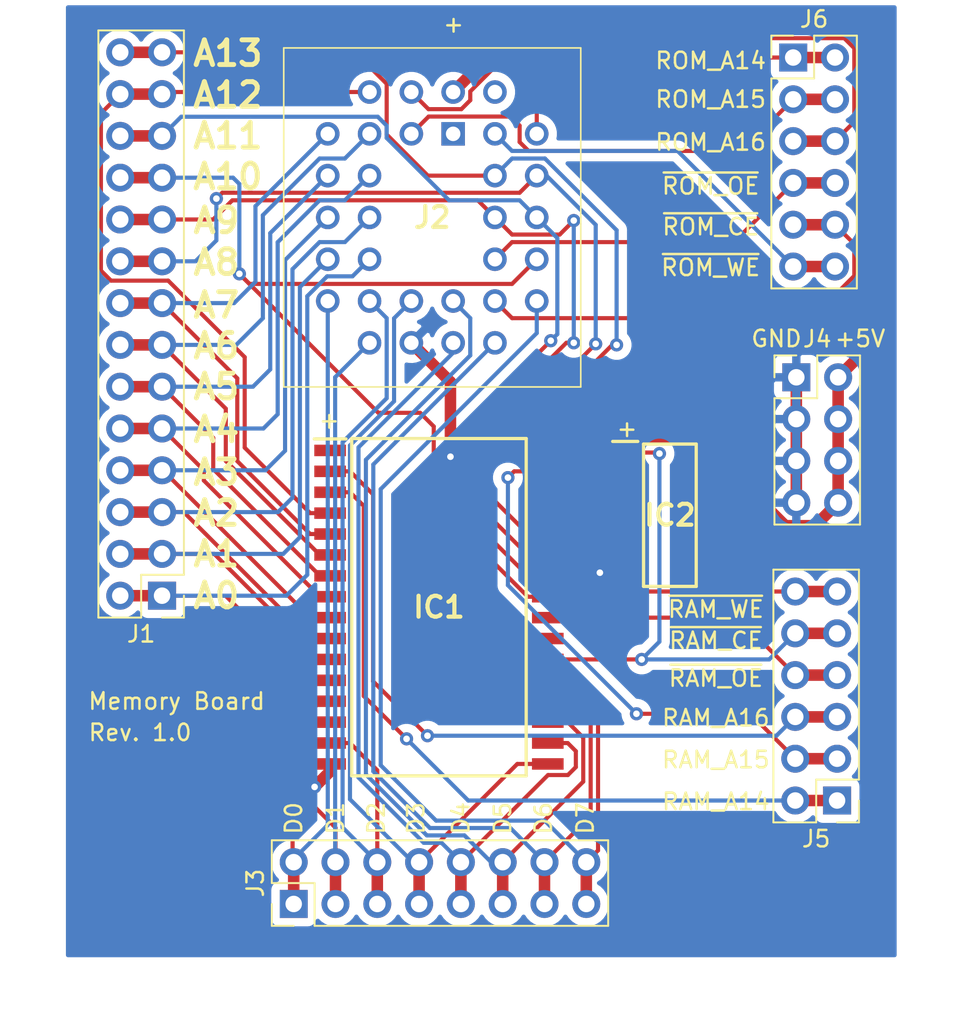
<source format=kicad_pcb>
(kicad_pcb (version 20171130) (host pcbnew "(5.1.6)-1")

  (general
    (thickness 1.6)
    (drawings 41)
    (tracks 377)
    (zones 0)
    (modules 8)
    (nets 38)
  )

  (page A4)
  (layers
    (0 F.Cu signal)
    (31 B.Cu signal)
    (32 B.Adhes user)
    (33 F.Adhes user)
    (34 B.Paste user)
    (35 F.Paste user)
    (36 B.SilkS user)
    (37 F.SilkS user)
    (38 B.Mask user)
    (39 F.Mask user)
    (40 Dwgs.User user)
    (41 Cmts.User user)
    (42 Eco1.User user)
    (43 Eco2.User user)
    (44 Edge.Cuts user)
    (45 Margin user)
    (46 B.CrtYd user)
    (47 F.CrtYd user)
    (48 B.Fab user)
    (49 F.Fab user)
  )

  (setup
    (last_trace_width 0.7)
    (user_trace_width 0.7)
    (trace_clearance 0.2)
    (zone_clearance 0.508)
    (zone_45_only no)
    (trace_min 0.2)
    (via_size 0.8)
    (via_drill 0.4)
    (via_min_size 0.4)
    (via_min_drill 0.3)
    (uvia_size 0.3)
    (uvia_drill 0.1)
    (uvias_allowed no)
    (uvia_min_size 0.2)
    (uvia_min_drill 0.1)
    (edge_width 0.05)
    (segment_width 0.2)
    (pcb_text_width 0.3)
    (pcb_text_size 1.5 1.5)
    (mod_edge_width 0.12)
    (mod_text_size 1 1)
    (mod_text_width 0.15)
    (pad_size 1.524 1.524)
    (pad_drill 0.762)
    (pad_to_mask_clearance 0.05)
    (aux_axis_origin 0 0)
    (visible_elements FFFFFF7F)
    (pcbplotparams
      (layerselection 0x010fc_ffffffff)
      (usegerberextensions false)
      (usegerberattributes true)
      (usegerberadvancedattributes true)
      (creategerberjobfile true)
      (excludeedgelayer true)
      (linewidth 0.100000)
      (plotframeref false)
      (viasonmask false)
      (mode 1)
      (useauxorigin false)
      (hpglpennumber 1)
      (hpglpenspeed 20)
      (hpglpendiameter 15.000000)
      (psnegative false)
      (psa4output false)
      (plotreference true)
      (plotvalue true)
      (plotinvisibletext false)
      (padsonsilk false)
      (subtractmaskfromsilk false)
      (outputformat 1)
      (mirror false)
      (drillshape 1)
      (scaleselection 1)
      (outputdirectory ""))
  )

  (net 0 "")
  (net 1 +5V)
  (net 2 /RAM_A15)
  (net 3 /RAM_CE)
  (net 4 /~RAM_WE)
  (net 5 /A13)
  (net 6 /A8)
  (net 7 /A9)
  (net 8 /A11)
  (net 9 /~RAM_OE)
  (net 10 /A10)
  (net 11 /~RAM_CE)
  (net 12 /D7)
  (net 13 /D6)
  (net 14 /D5)
  (net 15 /D4)
  (net 16 /D3)
  (net 17 GND)
  (net 18 /D2)
  (net 19 /D1)
  (net 20 /D0)
  (net 21 /A0)
  (net 22 /A1)
  (net 23 /A2)
  (net 24 /A3)
  (net 25 /A4)
  (net 26 /A5)
  (net 27 /A6)
  (net 28 /A7)
  (net 29 /A12)
  (net 30 /RAM_A14)
  (net 31 /RAM_A16)
  (net 32 /~ROM_WE)
  (net 33 /ROM_A14)
  (net 34 /~ROM_OE)
  (net 35 /~ROM_CE)
  (net 36 /ROM_A15)
  (net 37 /ROM_A16)

  (net_class Default "This is the default net class."
    (clearance 0.2)
    (trace_width 0.25)
    (via_dia 0.8)
    (via_drill 0.4)
    (uvia_dia 0.3)
    (uvia_drill 0.1)
    (add_net +5V)
    (add_net /A0)
    (add_net /A1)
    (add_net /A10)
    (add_net /A11)
    (add_net /A12)
    (add_net /A13)
    (add_net /A2)
    (add_net /A3)
    (add_net /A4)
    (add_net /A5)
    (add_net /A6)
    (add_net /A7)
    (add_net /A8)
    (add_net /A9)
    (add_net /D0)
    (add_net /D1)
    (add_net /D2)
    (add_net /D3)
    (add_net /D4)
    (add_net /D5)
    (add_net /D6)
    (add_net /D7)
    (add_net /RAM_A14)
    (add_net /RAM_A15)
    (add_net /RAM_A16)
    (add_net /RAM_CE)
    (add_net /ROM_A14)
    (add_net /ROM_A15)
    (add_net /ROM_A16)
    (add_net /~RAM_CE)
    (add_net /~RAM_OE)
    (add_net /~RAM_WE)
    (add_net /~ROM_CE)
    (add_net /~ROM_OE)
    (add_net /~ROM_WE)
    (add_net GND)
  )

  (module SamacSys_Parts:843211B1RKTP (layer F.Cu) (tedit 0) (tstamp 5F60C4CE)
    (at 119.9885 71.82)
    (descr 8432-11B1-RK-TP-1)
    (tags Connector)
    (path /5F607CAE)
    (fp_text reference J2 (at -1.27 5.08) (layer F.SilkS)
      (effects (font (size 1.27 1.27) (thickness 0.254)))
    )
    (fp_text value 8432-11B1-RK-TP (at -1.27 5.08) (layer F.SilkS) hide
      (effects (font (size 1.27 1.27) (thickness 0.254)))
    )
    (fp_text user %R (at -1.27 5.08) (layer F.Fab)
      (effects (font (size 1.27 1.27) (thickness 0.254)))
    )
    (fp_line (start -10.295 15.38) (end 7.755 15.38) (layer F.Fab) (width 0.2))
    (fp_line (start 7.755 15.38) (end 7.755 -5.22) (layer F.Fab) (width 0.2))
    (fp_line (start 7.755 -5.22) (end -10.295 -5.22) (layer F.Fab) (width 0.2))
    (fp_line (start -10.295 -5.22) (end -10.295 15.38) (layer F.Fab) (width 0.2))
    (fp_line (start -10.295 -5.22) (end 7.755 -5.22) (layer F.SilkS) (width 0.1))
    (fp_line (start 7.755 -5.22) (end 7.755 15.38) (layer F.SilkS) (width 0.1))
    (fp_line (start 7.755 15.38) (end -10.295 15.38) (layer F.SilkS) (width 0.1))
    (fp_line (start -10.295 15.38) (end -10.295 -5.22) (layer F.SilkS) (width 0.1))
    (fp_line (start -11.295 -6.22) (end 8.755 -6.22) (layer F.CrtYd) (width 0.1))
    (fp_line (start 8.755 -6.22) (end 8.755 16.38) (layer F.CrtYd) (width 0.1))
    (fp_line (start 8.755 16.38) (end -11.295 16.38) (layer F.CrtYd) (width 0.1))
    (fp_line (start -11.295 16.38) (end -11.295 -6.22) (layer F.CrtYd) (width 0.1))
    (pad 32 thru_hole circle (at 0 -2.54) (size 1.43 1.43) (drill 0.88) (layers *.Cu *.Mask)
      (net 1 +5V))
    (pad 31 thru_hole circle (at 2.54 0) (size 1.43 1.43) (drill 0.88) (layers *.Cu *.Mask)
      (net 32 /~ROM_WE))
    (pad 30 thru_hole circle (at 2.54 -2.54) (size 1.43 1.43) (drill 0.88) (layers *.Cu *.Mask))
    (pad 29 thru_hole circle (at 5.08 0) (size 1.43 1.43) (drill 0.88) (layers *.Cu *.Mask)
      (net 33 /ROM_A14))
    (pad 28 thru_hole circle (at 2.54 2.54) (size 1.43 1.43) (drill 0.88) (layers *.Cu *.Mask)
      (net 5 /A13))
    (pad 27 thru_hole circle (at 5.08 2.54) (size 1.43 1.43) (drill 0.88) (layers *.Cu *.Mask)
      (net 6 /A8))
    (pad 26 thru_hole circle (at 2.54 5.08) (size 1.43 1.43) (drill 0.88) (layers *.Cu *.Mask)
      (net 7 /A9))
    (pad 25 thru_hole circle (at 5.08 5.08) (size 1.43 1.43) (drill 0.88) (layers *.Cu *.Mask)
      (net 8 /A11))
    (pad 24 thru_hole circle (at 2.54 7.62) (size 1.43 1.43) (drill 0.88) (layers *.Cu *.Mask)
      (net 34 /~ROM_OE))
    (pad 23 thru_hole circle (at 5.08 7.62) (size 1.43 1.43) (drill 0.88) (layers *.Cu *.Mask)
      (net 10 /A10))
    (pad 22 thru_hole circle (at 2.54 10.16) (size 1.43 1.43) (drill 0.88) (layers *.Cu *.Mask)
      (net 35 /~ROM_CE))
    (pad 21 thru_hole circle (at 5.08 10.16) (size 1.43 1.43) (drill 0.88) (layers *.Cu *.Mask)
      (net 12 /D7))
    (pad 20 thru_hole circle (at 2.54 12.7) (size 1.43 1.43) (drill 0.88) (layers *.Cu *.Mask)
      (net 13 /D6))
    (pad 19 thru_hole circle (at 0 10.16) (size 1.43 1.43) (drill 0.88) (layers *.Cu *.Mask)
      (net 14 /D5))
    (pad 18 thru_hole circle (at 0 12.7) (size 1.43 1.43) (drill 0.88) (layers *.Cu *.Mask)
      (net 15 /D4))
    (pad 17 thru_hole circle (at -2.54 10.16) (size 1.43 1.43) (drill 0.88) (layers *.Cu *.Mask)
      (net 16 /D3))
    (pad 16 thru_hole circle (at -2.54 12.7) (size 1.43 1.43) (drill 0.88) (layers *.Cu *.Mask)
      (net 17 GND))
    (pad 15 thru_hole circle (at -5.08 10.16) (size 1.43 1.43) (drill 0.88) (layers *.Cu *.Mask)
      (net 18 /D2))
    (pad 14 thru_hole circle (at -5.08 12.7) (size 1.43 1.43) (drill 0.88) (layers *.Cu *.Mask)
      (net 19 /D1))
    (pad 13 thru_hole circle (at -7.62 10.16) (size 1.43 1.43) (drill 0.88) (layers *.Cu *.Mask)
      (net 20 /D0))
    (pad 12 thru_hole circle (at -5.08 7.62) (size 1.43 1.43) (drill 0.88) (layers *.Cu *.Mask)
      (net 21 /A0))
    (pad 11 thru_hole circle (at -7.62 7.62) (size 1.43 1.43) (drill 0.88) (layers *.Cu *.Mask)
      (net 22 /A1))
    (pad 10 thru_hole circle (at -5.08 5.08) (size 1.43 1.43) (drill 0.88) (layers *.Cu *.Mask)
      (net 23 /A2))
    (pad 9 thru_hole circle (at -7.62 5.08) (size 1.43 1.43) (drill 0.88) (layers *.Cu *.Mask)
      (net 24 /A3))
    (pad 8 thru_hole circle (at -5.08 2.54) (size 1.43 1.43) (drill 0.88) (layers *.Cu *.Mask)
      (net 25 /A4))
    (pad 7 thru_hole circle (at -7.62 2.54) (size 1.43 1.43) (drill 0.88) (layers *.Cu *.Mask)
      (net 26 /A5))
    (pad 6 thru_hole circle (at -5.08 0) (size 1.43 1.43) (drill 0.88) (layers *.Cu *.Mask)
      (net 27 /A6))
    (pad 5 thru_hole circle (at -7.62 0) (size 1.43 1.43) (drill 0.88) (layers *.Cu *.Mask)
      (net 28 /A7))
    (pad 4 thru_hole circle (at -5.08 -2.54) (size 1.43 1.43) (drill 0.88) (layers *.Cu *.Mask)
      (net 29 /A12))
    (pad 3 thru_hole circle (at -2.54 0) (size 1.43 1.43) (drill 0.88) (layers *.Cu *.Mask)
      (net 36 /ROM_A15))
    (pad 2 thru_hole circle (at -2.54 -2.54) (size 1.43 1.43) (drill 0.88) (layers *.Cu *.Mask)
      (net 37 /ROM_A16))
    (pad 1 thru_hole rect (at 0 0) (size 1.43 1.43) (drill 0.88) (layers *.Cu *.Mask))
    (model "D:\\docs\\GitHub\\DIY\\zx\\pentagon 128 portable\\KiCad\\SamacSys_Parts.3dshapes\\8432-11B1-RK-TP.stp"
      (at (xyz 0 0 0))
      (scale (xyz 1 1 1))
      (rotate (xyz 0 0 0))
    )
  )

  (module Connector_PinHeader_2.54mm:PinHeader_2x06_P2.54mm_Vertical (layer F.Cu) (tedit 59FED5CC) (tstamp 5F60C556)
    (at 140.6525 67.183)
    (descr "Through hole straight pin header, 2x06, 2.54mm pitch, double rows")
    (tags "Through hole pin header THT 2x06 2.54mm double row")
    (path /5F894915)
    (fp_text reference J6 (at 1.27 -2.33) (layer F.SilkS)
      (effects (font (size 1 1) (thickness 0.15)))
    )
    (fp_text value Conn_02x06_Odd_Even (at 1.27 15.03) (layer F.Fab)
      (effects (font (size 1 1) (thickness 0.15)))
    )
    (fp_text user %R (at 1.27 6.35 90) (layer F.Fab)
      (effects (font (size 1 1) (thickness 0.15)))
    )
    (fp_line (start 0 -1.27) (end 3.81 -1.27) (layer F.Fab) (width 0.1))
    (fp_line (start 3.81 -1.27) (end 3.81 13.97) (layer F.Fab) (width 0.1))
    (fp_line (start 3.81 13.97) (end -1.27 13.97) (layer F.Fab) (width 0.1))
    (fp_line (start -1.27 13.97) (end -1.27 0) (layer F.Fab) (width 0.1))
    (fp_line (start -1.27 0) (end 0 -1.27) (layer F.Fab) (width 0.1))
    (fp_line (start -1.33 14.03) (end 3.87 14.03) (layer F.SilkS) (width 0.12))
    (fp_line (start -1.33 1.27) (end -1.33 14.03) (layer F.SilkS) (width 0.12))
    (fp_line (start 3.87 -1.33) (end 3.87 14.03) (layer F.SilkS) (width 0.12))
    (fp_line (start -1.33 1.27) (end 1.27 1.27) (layer F.SilkS) (width 0.12))
    (fp_line (start 1.27 1.27) (end 1.27 -1.33) (layer F.SilkS) (width 0.12))
    (fp_line (start 1.27 -1.33) (end 3.87 -1.33) (layer F.SilkS) (width 0.12))
    (fp_line (start -1.33 0) (end -1.33 -1.33) (layer F.SilkS) (width 0.12))
    (fp_line (start -1.33 -1.33) (end 0 -1.33) (layer F.SilkS) (width 0.12))
    (fp_line (start -1.8 -1.8) (end -1.8 14.5) (layer F.CrtYd) (width 0.05))
    (fp_line (start -1.8 14.5) (end 4.35 14.5) (layer F.CrtYd) (width 0.05))
    (fp_line (start 4.35 14.5) (end 4.35 -1.8) (layer F.CrtYd) (width 0.05))
    (fp_line (start 4.35 -1.8) (end -1.8 -1.8) (layer F.CrtYd) (width 0.05))
    (pad 12 thru_hole oval (at 2.54 12.7) (size 1.7 1.7) (drill 1) (layers *.Cu *.Mask)
      (net 32 /~ROM_WE))
    (pad 11 thru_hole oval (at 0 12.7) (size 1.7 1.7) (drill 1) (layers *.Cu *.Mask)
      (net 32 /~ROM_WE))
    (pad 10 thru_hole oval (at 2.54 10.16) (size 1.7 1.7) (drill 1) (layers *.Cu *.Mask)
      (net 35 /~ROM_CE))
    (pad 9 thru_hole oval (at 0 10.16) (size 1.7 1.7) (drill 1) (layers *.Cu *.Mask)
      (net 35 /~ROM_CE))
    (pad 8 thru_hole oval (at 2.54 7.62) (size 1.7 1.7) (drill 1) (layers *.Cu *.Mask)
      (net 34 /~ROM_OE))
    (pad 7 thru_hole oval (at 0 7.62) (size 1.7 1.7) (drill 1) (layers *.Cu *.Mask)
      (net 34 /~ROM_OE))
    (pad 6 thru_hole oval (at 2.54 5.08) (size 1.7 1.7) (drill 1) (layers *.Cu *.Mask)
      (net 37 /ROM_A16))
    (pad 5 thru_hole oval (at 0 5.08) (size 1.7 1.7) (drill 1) (layers *.Cu *.Mask)
      (net 37 /ROM_A16))
    (pad 4 thru_hole oval (at 2.54 2.54) (size 1.7 1.7) (drill 1) (layers *.Cu *.Mask)
      (net 36 /ROM_A15))
    (pad 3 thru_hole oval (at 0 2.54) (size 1.7 1.7) (drill 1) (layers *.Cu *.Mask)
      (net 36 /ROM_A15))
    (pad 2 thru_hole oval (at 2.54 0) (size 1.7 1.7) (drill 1) (layers *.Cu *.Mask)
      (net 33 /ROM_A14))
    (pad 1 thru_hole rect (at 0 0) (size 1.7 1.7) (drill 1) (layers *.Cu *.Mask)
      (net 33 /ROM_A14))
    (model ${KISYS3DMOD}/Connector_PinHeader_2.54mm.3dshapes/PinHeader_2x06_P2.54mm_Vertical.wrl
      (at (xyz 0 0 0))
      (scale (xyz 1 1 1))
      (rotate (xyz 0 0 0))
    )
  )

  (module Connector_PinHeader_2.54mm:PinHeader_2x06_P2.54mm_Vertical (layer F.Cu) (tedit 59FED5CC) (tstamp 5F60C534)
    (at 143.3195 112.3315 180)
    (descr "Through hole straight pin header, 2x06, 2.54mm pitch, double rows")
    (tags "Through hole pin header THT 2x06 2.54mm double row")
    (path /5F816C2A)
    (fp_text reference J5 (at 1.27 -2.33) (layer F.SilkS)
      (effects (font (size 1 1) (thickness 0.15)))
    )
    (fp_text value Conn_02x06_Odd_Even (at 1.27 15.03) (layer F.Fab)
      (effects (font (size 1 1) (thickness 0.15)))
    )
    (fp_text user %R (at 1.27 6.35 90) (layer F.Fab)
      (effects (font (size 1 1) (thickness 0.15)))
    )
    (fp_line (start 0 -1.27) (end 3.81 -1.27) (layer F.Fab) (width 0.1))
    (fp_line (start 3.81 -1.27) (end 3.81 13.97) (layer F.Fab) (width 0.1))
    (fp_line (start 3.81 13.97) (end -1.27 13.97) (layer F.Fab) (width 0.1))
    (fp_line (start -1.27 13.97) (end -1.27 0) (layer F.Fab) (width 0.1))
    (fp_line (start -1.27 0) (end 0 -1.27) (layer F.Fab) (width 0.1))
    (fp_line (start -1.33 14.03) (end 3.87 14.03) (layer F.SilkS) (width 0.12))
    (fp_line (start -1.33 1.27) (end -1.33 14.03) (layer F.SilkS) (width 0.12))
    (fp_line (start 3.87 -1.33) (end 3.87 14.03) (layer F.SilkS) (width 0.12))
    (fp_line (start -1.33 1.27) (end 1.27 1.27) (layer F.SilkS) (width 0.12))
    (fp_line (start 1.27 1.27) (end 1.27 -1.33) (layer F.SilkS) (width 0.12))
    (fp_line (start 1.27 -1.33) (end 3.87 -1.33) (layer F.SilkS) (width 0.12))
    (fp_line (start -1.33 0) (end -1.33 -1.33) (layer F.SilkS) (width 0.12))
    (fp_line (start -1.33 -1.33) (end 0 -1.33) (layer F.SilkS) (width 0.12))
    (fp_line (start -1.8 -1.8) (end -1.8 14.5) (layer F.CrtYd) (width 0.05))
    (fp_line (start -1.8 14.5) (end 4.35 14.5) (layer F.CrtYd) (width 0.05))
    (fp_line (start 4.35 14.5) (end 4.35 -1.8) (layer F.CrtYd) (width 0.05))
    (fp_line (start 4.35 -1.8) (end -1.8 -1.8) (layer F.CrtYd) (width 0.05))
    (pad 12 thru_hole oval (at 2.54 12.7 180) (size 1.7 1.7) (drill 1) (layers *.Cu *.Mask)
      (net 4 /~RAM_WE))
    (pad 11 thru_hole oval (at 0 12.7 180) (size 1.7 1.7) (drill 1) (layers *.Cu *.Mask)
      (net 4 /~RAM_WE))
    (pad 10 thru_hole oval (at 2.54 10.16 180) (size 1.7 1.7) (drill 1) (layers *.Cu *.Mask)
      (net 11 /~RAM_CE))
    (pad 9 thru_hole oval (at 0 10.16 180) (size 1.7 1.7) (drill 1) (layers *.Cu *.Mask)
      (net 11 /~RAM_CE))
    (pad 8 thru_hole oval (at 2.54 7.62 180) (size 1.7 1.7) (drill 1) (layers *.Cu *.Mask)
      (net 9 /~RAM_OE))
    (pad 7 thru_hole oval (at 0 7.62 180) (size 1.7 1.7) (drill 1) (layers *.Cu *.Mask)
      (net 9 /~RAM_OE))
    (pad 6 thru_hole oval (at 2.54 5.08 180) (size 1.7 1.7) (drill 1) (layers *.Cu *.Mask)
      (net 31 /RAM_A16))
    (pad 5 thru_hole oval (at 0 5.08 180) (size 1.7 1.7) (drill 1) (layers *.Cu *.Mask)
      (net 31 /RAM_A16))
    (pad 4 thru_hole oval (at 2.54 2.54 180) (size 1.7 1.7) (drill 1) (layers *.Cu *.Mask)
      (net 2 /RAM_A15))
    (pad 3 thru_hole oval (at 0 2.54 180) (size 1.7 1.7) (drill 1) (layers *.Cu *.Mask)
      (net 2 /RAM_A15))
    (pad 2 thru_hole oval (at 2.54 0 180) (size 1.7 1.7) (drill 1) (layers *.Cu *.Mask)
      (net 30 /RAM_A14))
    (pad 1 thru_hole rect (at 0 0 180) (size 1.7 1.7) (drill 1) (layers *.Cu *.Mask)
      (net 30 /RAM_A14))
    (model ${KISYS3DMOD}/Connector_PinHeader_2.54mm.3dshapes/PinHeader_2x06_P2.54mm_Vertical.wrl
      (at (xyz 0 0 0))
      (scale (xyz 1 1 1))
      (rotate (xyz 0 0 0))
    )
  )

  (module Connector_PinHeader_2.54mm:PinHeader_2x04_P2.54mm_Vertical (layer F.Cu) (tedit 59FED5CC) (tstamp 5F60C512)
    (at 140.843 86.614)
    (descr "Through hole straight pin header, 2x04, 2.54mm pitch, double rows")
    (tags "Through hole pin header THT 2x04 2.54mm double row")
    (path /5F8A2078)
    (fp_text reference J4 (at 1.27 -2.33) (layer F.SilkS)
      (effects (font (size 1 1) (thickness 0.15)))
    )
    (fp_text value Conn_02x04_Odd_Even (at 1.27 9.95) (layer F.Fab)
      (effects (font (size 1 1) (thickness 0.15)))
    )
    (fp_text user %R (at 1.27 3.81 90) (layer F.Fab)
      (effects (font (size 1 1) (thickness 0.15)))
    )
    (fp_line (start 0 -1.27) (end 3.81 -1.27) (layer F.Fab) (width 0.1))
    (fp_line (start 3.81 -1.27) (end 3.81 8.89) (layer F.Fab) (width 0.1))
    (fp_line (start 3.81 8.89) (end -1.27 8.89) (layer F.Fab) (width 0.1))
    (fp_line (start -1.27 8.89) (end -1.27 0) (layer F.Fab) (width 0.1))
    (fp_line (start -1.27 0) (end 0 -1.27) (layer F.Fab) (width 0.1))
    (fp_line (start -1.33 8.95) (end 3.87 8.95) (layer F.SilkS) (width 0.12))
    (fp_line (start -1.33 1.27) (end -1.33 8.95) (layer F.SilkS) (width 0.12))
    (fp_line (start 3.87 -1.33) (end 3.87 8.95) (layer F.SilkS) (width 0.12))
    (fp_line (start -1.33 1.27) (end 1.27 1.27) (layer F.SilkS) (width 0.12))
    (fp_line (start 1.27 1.27) (end 1.27 -1.33) (layer F.SilkS) (width 0.12))
    (fp_line (start 1.27 -1.33) (end 3.87 -1.33) (layer F.SilkS) (width 0.12))
    (fp_line (start -1.33 0) (end -1.33 -1.33) (layer F.SilkS) (width 0.12))
    (fp_line (start -1.33 -1.33) (end 0 -1.33) (layer F.SilkS) (width 0.12))
    (fp_line (start -1.8 -1.8) (end -1.8 9.4) (layer F.CrtYd) (width 0.05))
    (fp_line (start -1.8 9.4) (end 4.35 9.4) (layer F.CrtYd) (width 0.05))
    (fp_line (start 4.35 9.4) (end 4.35 -1.8) (layer F.CrtYd) (width 0.05))
    (fp_line (start 4.35 -1.8) (end -1.8 -1.8) (layer F.CrtYd) (width 0.05))
    (pad 8 thru_hole oval (at 2.54 7.62) (size 1.7 1.7) (drill 1) (layers *.Cu *.Mask)
      (net 1 +5V))
    (pad 7 thru_hole oval (at 0 7.62) (size 1.7 1.7) (drill 1) (layers *.Cu *.Mask)
      (net 17 GND))
    (pad 6 thru_hole oval (at 2.54 5.08) (size 1.7 1.7) (drill 1) (layers *.Cu *.Mask)
      (net 1 +5V))
    (pad 5 thru_hole oval (at 0 5.08) (size 1.7 1.7) (drill 1) (layers *.Cu *.Mask)
      (net 17 GND))
    (pad 4 thru_hole oval (at 2.54 2.54) (size 1.7 1.7) (drill 1) (layers *.Cu *.Mask)
      (net 1 +5V))
    (pad 3 thru_hole oval (at 0 2.54) (size 1.7 1.7) (drill 1) (layers *.Cu *.Mask)
      (net 17 GND))
    (pad 2 thru_hole oval (at 2.54 0) (size 1.7 1.7) (drill 1) (layers *.Cu *.Mask)
      (net 1 +5V))
    (pad 1 thru_hole rect (at 0 0) (size 1.7 1.7) (drill 1) (layers *.Cu *.Mask)
      (net 17 GND))
    (model ${KISYS3DMOD}/Connector_PinHeader_2.54mm.3dshapes/PinHeader_2x04_P2.54mm_Vertical.wrl
      (at (xyz 0 0 0))
      (scale (xyz 1 1 1))
      (rotate (xyz 0 0 0))
    )
  )

  (module Connector_PinHeader_2.54mm:PinHeader_2x08_P2.54mm_Vertical (layer F.Cu) (tedit 59FED5CC) (tstamp 5F60C4F4)
    (at 110.2995 118.618 90)
    (descr "Through hole straight pin header, 2x08, 2.54mm pitch, double rows")
    (tags "Through hole pin header THT 2x08 2.54mm double row")
    (path /5F742A9A)
    (fp_text reference J3 (at 1.27 -2.33 90) (layer F.SilkS)
      (effects (font (size 1 1) (thickness 0.15)))
    )
    (fp_text value Conn_02x08_Odd_Even (at 1.27 20.11 90) (layer F.Fab)
      (effects (font (size 1 1) (thickness 0.15)))
    )
    (fp_text user %R (at 1.27 8.89) (layer F.Fab)
      (effects (font (size 1 1) (thickness 0.15)))
    )
    (fp_line (start 0 -1.27) (end 3.81 -1.27) (layer F.Fab) (width 0.1))
    (fp_line (start 3.81 -1.27) (end 3.81 19.05) (layer F.Fab) (width 0.1))
    (fp_line (start 3.81 19.05) (end -1.27 19.05) (layer F.Fab) (width 0.1))
    (fp_line (start -1.27 19.05) (end -1.27 0) (layer F.Fab) (width 0.1))
    (fp_line (start -1.27 0) (end 0 -1.27) (layer F.Fab) (width 0.1))
    (fp_line (start -1.33 19.11) (end 3.87 19.11) (layer F.SilkS) (width 0.12))
    (fp_line (start -1.33 1.27) (end -1.33 19.11) (layer F.SilkS) (width 0.12))
    (fp_line (start 3.87 -1.33) (end 3.87 19.11) (layer F.SilkS) (width 0.12))
    (fp_line (start -1.33 1.27) (end 1.27 1.27) (layer F.SilkS) (width 0.12))
    (fp_line (start 1.27 1.27) (end 1.27 -1.33) (layer F.SilkS) (width 0.12))
    (fp_line (start 1.27 -1.33) (end 3.87 -1.33) (layer F.SilkS) (width 0.12))
    (fp_line (start -1.33 0) (end -1.33 -1.33) (layer F.SilkS) (width 0.12))
    (fp_line (start -1.33 -1.33) (end 0 -1.33) (layer F.SilkS) (width 0.12))
    (fp_line (start -1.8 -1.8) (end -1.8 19.55) (layer F.CrtYd) (width 0.05))
    (fp_line (start -1.8 19.55) (end 4.35 19.55) (layer F.CrtYd) (width 0.05))
    (fp_line (start 4.35 19.55) (end 4.35 -1.8) (layer F.CrtYd) (width 0.05))
    (fp_line (start 4.35 -1.8) (end -1.8 -1.8) (layer F.CrtYd) (width 0.05))
    (pad 16 thru_hole oval (at 2.54 17.78 90) (size 1.7 1.7) (drill 1) (layers *.Cu *.Mask)
      (net 12 /D7))
    (pad 15 thru_hole oval (at 0 17.78 90) (size 1.7 1.7) (drill 1) (layers *.Cu *.Mask)
      (net 12 /D7))
    (pad 14 thru_hole oval (at 2.54 15.24 90) (size 1.7 1.7) (drill 1) (layers *.Cu *.Mask)
      (net 13 /D6))
    (pad 13 thru_hole oval (at 0 15.24 90) (size 1.7 1.7) (drill 1) (layers *.Cu *.Mask)
      (net 13 /D6))
    (pad 12 thru_hole oval (at 2.54 12.7 90) (size 1.7 1.7) (drill 1) (layers *.Cu *.Mask)
      (net 14 /D5))
    (pad 11 thru_hole oval (at 0 12.7 90) (size 1.7 1.7) (drill 1) (layers *.Cu *.Mask)
      (net 14 /D5))
    (pad 10 thru_hole oval (at 2.54 10.16 90) (size 1.7 1.7) (drill 1) (layers *.Cu *.Mask)
      (net 15 /D4))
    (pad 9 thru_hole oval (at 0 10.16 90) (size 1.7 1.7) (drill 1) (layers *.Cu *.Mask)
      (net 15 /D4))
    (pad 8 thru_hole oval (at 2.54 7.62 90) (size 1.7 1.7) (drill 1) (layers *.Cu *.Mask)
      (net 16 /D3))
    (pad 7 thru_hole oval (at 0 7.62 90) (size 1.7 1.7) (drill 1) (layers *.Cu *.Mask)
      (net 16 /D3))
    (pad 6 thru_hole oval (at 2.54 5.08 90) (size 1.7 1.7) (drill 1) (layers *.Cu *.Mask)
      (net 18 /D2))
    (pad 5 thru_hole oval (at 0 5.08 90) (size 1.7 1.7) (drill 1) (layers *.Cu *.Mask)
      (net 18 /D2))
    (pad 4 thru_hole oval (at 2.54 2.54 90) (size 1.7 1.7) (drill 1) (layers *.Cu *.Mask)
      (net 19 /D1))
    (pad 3 thru_hole oval (at 0 2.54 90) (size 1.7 1.7) (drill 1) (layers *.Cu *.Mask)
      (net 19 /D1))
    (pad 2 thru_hole oval (at 2.54 0 90) (size 1.7 1.7) (drill 1) (layers *.Cu *.Mask)
      (net 20 /D0))
    (pad 1 thru_hole rect (at 0 0 90) (size 1.7 1.7) (drill 1) (layers *.Cu *.Mask)
      (net 20 /D0))
    (model ${KISYS3DMOD}/Connector_PinHeader_2.54mm.3dshapes/PinHeader_2x08_P2.54mm_Vertical.wrl
      (at (xyz 0 0 0))
      (scale (xyz 1 1 1))
      (rotate (xyz 0 0 0))
    )
  )

  (module Connector_PinHeader_2.54mm:PinHeader_2x14_P2.54mm_Vertical (layer F.Cu) (tedit 59FED5CC) (tstamp 5F60C49D)
    (at 102.2985 99.8855 180)
    (descr "Through hole straight pin header, 2x14, 2.54mm pitch, double rows")
    (tags "Through hole pin header THT 2x14 2.54mm double row")
    (path /5F734626)
    (fp_text reference J1 (at 1.27 -2.33) (layer F.SilkS)
      (effects (font (size 1 1) (thickness 0.15)))
    )
    (fp_text value Conn_02x14_Odd_Even (at 1.27 35.35) (layer F.Fab)
      (effects (font (size 1 1) (thickness 0.15)))
    )
    (fp_text user %R (at 1.27 16.51 90) (layer F.Fab)
      (effects (font (size 1 1) (thickness 0.15)))
    )
    (fp_line (start 0 -1.27) (end 3.81 -1.27) (layer F.Fab) (width 0.1))
    (fp_line (start 3.81 -1.27) (end 3.81 34.29) (layer F.Fab) (width 0.1))
    (fp_line (start 3.81 34.29) (end -1.27 34.29) (layer F.Fab) (width 0.1))
    (fp_line (start -1.27 34.29) (end -1.27 0) (layer F.Fab) (width 0.1))
    (fp_line (start -1.27 0) (end 0 -1.27) (layer F.Fab) (width 0.1))
    (fp_line (start -1.33 34.35) (end 3.87 34.35) (layer F.SilkS) (width 0.12))
    (fp_line (start -1.33 1.27) (end -1.33 34.35) (layer F.SilkS) (width 0.12))
    (fp_line (start 3.87 -1.33) (end 3.87 34.35) (layer F.SilkS) (width 0.12))
    (fp_line (start -1.33 1.27) (end 1.27 1.27) (layer F.SilkS) (width 0.12))
    (fp_line (start 1.27 1.27) (end 1.27 -1.33) (layer F.SilkS) (width 0.12))
    (fp_line (start 1.27 -1.33) (end 3.87 -1.33) (layer F.SilkS) (width 0.12))
    (fp_line (start -1.33 0) (end -1.33 -1.33) (layer F.SilkS) (width 0.12))
    (fp_line (start -1.33 -1.33) (end 0 -1.33) (layer F.SilkS) (width 0.12))
    (fp_line (start -1.8 -1.8) (end -1.8 34.8) (layer F.CrtYd) (width 0.05))
    (fp_line (start -1.8 34.8) (end 4.35 34.8) (layer F.CrtYd) (width 0.05))
    (fp_line (start 4.35 34.8) (end 4.35 -1.8) (layer F.CrtYd) (width 0.05))
    (fp_line (start 4.35 -1.8) (end -1.8 -1.8) (layer F.CrtYd) (width 0.05))
    (pad 28 thru_hole oval (at 2.54 33.02 180) (size 1.7 1.7) (drill 1) (layers *.Cu *.Mask)
      (net 5 /A13))
    (pad 27 thru_hole oval (at 0 33.02 180) (size 1.7 1.7) (drill 1) (layers *.Cu *.Mask)
      (net 5 /A13))
    (pad 26 thru_hole oval (at 2.54 30.48 180) (size 1.7 1.7) (drill 1) (layers *.Cu *.Mask)
      (net 29 /A12))
    (pad 25 thru_hole oval (at 0 30.48 180) (size 1.7 1.7) (drill 1) (layers *.Cu *.Mask)
      (net 29 /A12))
    (pad 24 thru_hole oval (at 2.54 27.94 180) (size 1.7 1.7) (drill 1) (layers *.Cu *.Mask)
      (net 8 /A11))
    (pad 23 thru_hole oval (at 0 27.94 180) (size 1.7 1.7) (drill 1) (layers *.Cu *.Mask)
      (net 8 /A11))
    (pad 22 thru_hole oval (at 2.54 25.4 180) (size 1.7 1.7) (drill 1) (layers *.Cu *.Mask)
      (net 10 /A10))
    (pad 21 thru_hole oval (at 0 25.4 180) (size 1.7 1.7) (drill 1) (layers *.Cu *.Mask)
      (net 10 /A10))
    (pad 20 thru_hole oval (at 2.54 22.86 180) (size 1.7 1.7) (drill 1) (layers *.Cu *.Mask)
      (net 7 /A9))
    (pad 19 thru_hole oval (at 0 22.86 180) (size 1.7 1.7) (drill 1) (layers *.Cu *.Mask)
      (net 7 /A9))
    (pad 18 thru_hole oval (at 2.54 20.32 180) (size 1.7 1.7) (drill 1) (layers *.Cu *.Mask)
      (net 6 /A8))
    (pad 17 thru_hole oval (at 0 20.32 180) (size 1.7 1.7) (drill 1) (layers *.Cu *.Mask)
      (net 6 /A8))
    (pad 16 thru_hole oval (at 2.54 17.78 180) (size 1.7 1.7) (drill 1) (layers *.Cu *.Mask)
      (net 28 /A7))
    (pad 15 thru_hole oval (at 0 17.78 180) (size 1.7 1.7) (drill 1) (layers *.Cu *.Mask)
      (net 28 /A7))
    (pad 14 thru_hole oval (at 2.54 15.24 180) (size 1.7 1.7) (drill 1) (layers *.Cu *.Mask)
      (net 27 /A6))
    (pad 13 thru_hole oval (at 0 15.24 180) (size 1.7 1.7) (drill 1) (layers *.Cu *.Mask)
      (net 27 /A6))
    (pad 12 thru_hole oval (at 2.54 12.7 180) (size 1.7 1.7) (drill 1) (layers *.Cu *.Mask)
      (net 26 /A5))
    (pad 11 thru_hole oval (at 0 12.7 180) (size 1.7 1.7) (drill 1) (layers *.Cu *.Mask)
      (net 26 /A5))
    (pad 10 thru_hole oval (at 2.54 10.16 180) (size 1.7 1.7) (drill 1) (layers *.Cu *.Mask)
      (net 25 /A4))
    (pad 9 thru_hole oval (at 0 10.16 180) (size 1.7 1.7) (drill 1) (layers *.Cu *.Mask)
      (net 25 /A4))
    (pad 8 thru_hole oval (at 2.54 7.62 180) (size 1.7 1.7) (drill 1) (layers *.Cu *.Mask)
      (net 24 /A3))
    (pad 7 thru_hole oval (at 0 7.62 180) (size 1.7 1.7) (drill 1) (layers *.Cu *.Mask)
      (net 24 /A3))
    (pad 6 thru_hole oval (at 2.54 5.08 180) (size 1.7 1.7) (drill 1) (layers *.Cu *.Mask)
      (net 23 /A2))
    (pad 5 thru_hole oval (at 0 5.08 180) (size 1.7 1.7) (drill 1) (layers *.Cu *.Mask)
      (net 23 /A2))
    (pad 4 thru_hole oval (at 2.54 2.54 180) (size 1.7 1.7) (drill 1) (layers *.Cu *.Mask)
      (net 22 /A1))
    (pad 3 thru_hole oval (at 0 2.54 180) (size 1.7 1.7) (drill 1) (layers *.Cu *.Mask)
      (net 22 /A1))
    (pad 2 thru_hole oval (at 2.54 0 180) (size 1.7 1.7) (drill 1) (layers *.Cu *.Mask)
      (net 21 /A0))
    (pad 1 thru_hole rect (at 0 0 180) (size 1.7 1.7) (drill 1) (layers *.Cu *.Mask)
      (net 21 /A0))
    (model ${KISYS3DMOD}/Connector_PinHeader_2.54mm.3dshapes/PinHeader_2x14_P2.54mm_Vertical.wrl
      (at (xyz 0 0 0))
      (scale (xyz 1 1 1))
      (rotate (xyz 0 0 0))
    )
  )

  (module SamacSys_Parts:SOIC127P600X175-14N (layer F.Cu) (tedit 0) (tstamp 5F60C46B)
    (at 133.1595 94.996)
    (descr "D (R-PDSO-G14)_4")
    (tags "Integrated Circuit")
    (path /5F614487)
    (attr smd)
    (fp_text reference IC2 (at 0 0) (layer F.SilkS)
      (effects (font (size 1.27 1.27) (thickness 0.254)))
    )
    (fp_text value SN74AHCT04D (at 0 0) (layer F.SilkS) hide
      (effects (font (size 1.27 1.27) (thickness 0.254)))
    )
    (fp_text user %R (at 0 0) (layer F.Fab)
      (effects (font (size 1.27 1.27) (thickness 0.254)))
    )
    (fp_line (start -3.725 -4.625) (end 3.725 -4.625) (layer F.CrtYd) (width 0.05))
    (fp_line (start 3.725 -4.625) (end 3.725 4.625) (layer F.CrtYd) (width 0.05))
    (fp_line (start 3.725 4.625) (end -3.725 4.625) (layer F.CrtYd) (width 0.05))
    (fp_line (start -3.725 4.625) (end -3.725 -4.625) (layer F.CrtYd) (width 0.05))
    (fp_line (start -1.95 -4.325) (end 1.95 -4.325) (layer F.Fab) (width 0.1))
    (fp_line (start 1.95 -4.325) (end 1.95 4.325) (layer F.Fab) (width 0.1))
    (fp_line (start 1.95 4.325) (end -1.95 4.325) (layer F.Fab) (width 0.1))
    (fp_line (start -1.95 4.325) (end -1.95 -4.325) (layer F.Fab) (width 0.1))
    (fp_line (start -1.95 -3.055) (end -0.68 -4.325) (layer F.Fab) (width 0.1))
    (fp_line (start -1.6 -4.325) (end 1.6 -4.325) (layer F.SilkS) (width 0.2))
    (fp_line (start 1.6 -4.325) (end 1.6 4.325) (layer F.SilkS) (width 0.2))
    (fp_line (start 1.6 4.325) (end -1.6 4.325) (layer F.SilkS) (width 0.2))
    (fp_line (start -1.6 4.325) (end -1.6 -4.325) (layer F.SilkS) (width 0.2))
    (fp_line (start -3.475 -4.485) (end -1.95 -4.485) (layer F.SilkS) (width 0.2))
    (pad 14 smd rect (at 2.712 -3.81 90) (size 0.65 1.525) (layers F.Cu F.Paste F.Mask)
      (net 1 +5V))
    (pad 13 smd rect (at 2.712 -2.54 90) (size 0.65 1.525) (layers F.Cu F.Paste F.Mask))
    (pad 12 smd rect (at 2.712 -1.27 90) (size 0.65 1.525) (layers F.Cu F.Paste F.Mask))
    (pad 11 smd rect (at 2.712 0 90) (size 0.65 1.525) (layers F.Cu F.Paste F.Mask))
    (pad 10 smd rect (at 2.712 1.27 90) (size 0.65 1.525) (layers F.Cu F.Paste F.Mask))
    (pad 9 smd rect (at 2.712 2.54 90) (size 0.65 1.525) (layers F.Cu F.Paste F.Mask))
    (pad 8 smd rect (at 2.712 3.81 90) (size 0.65 1.525) (layers F.Cu F.Paste F.Mask))
    (pad 7 smd rect (at -2.712 3.81 90) (size 0.65 1.525) (layers F.Cu F.Paste F.Mask)
      (net 17 GND))
    (pad 6 smd rect (at -2.712 2.54 90) (size 0.65 1.525) (layers F.Cu F.Paste F.Mask))
    (pad 5 smd rect (at -2.712 1.27 90) (size 0.65 1.525) (layers F.Cu F.Paste F.Mask))
    (pad 4 smd rect (at -2.712 0 90) (size 0.65 1.525) (layers F.Cu F.Paste F.Mask))
    (pad 3 smd rect (at -2.712 -1.27 90) (size 0.65 1.525) (layers F.Cu F.Paste F.Mask))
    (pad 2 smd rect (at -2.712 -2.54 90) (size 0.65 1.525) (layers F.Cu F.Paste F.Mask)
      (net 3 /RAM_CE))
    (pad 1 smd rect (at -2.712 -3.81 90) (size 0.65 1.525) (layers F.Cu F.Paste F.Mask)
      (net 11 /~RAM_CE))
    (model "D:\\docs\\GitHub\\DIY\\zx\\pentagon 128 portable\\KiCad\\SamacSys_Parts.3dshapes\\SN74AHCT04D.stp"
      (at (xyz 0 0 0))
      (scale (xyz 1 1 1))
      (rotate (xyz 0 0 0))
    )
  )

  (module SamacSys_Parts:SOIC127P1412X305-32N (layer F.Cu) (tedit 0) (tstamp 5F60C44A)
    (at 119.126 100.584)
    (descr "32L 450MIL SOP REV.F")
    (tags "Integrated Circuit")
    (path /5F606497)
    (attr smd)
    (fp_text reference IC1 (at 0 0) (layer F.SilkS)
      (effects (font (size 1.27 1.27) (thickness 0.254)))
    )
    (fp_text value IS62C1024AL-35QLI (at 0 0) (layer F.SilkS) hide
      (effects (font (size 1.27 1.27) (thickness 0.254)))
    )
    (fp_text user %R (at 0 0) (layer F.Fab)
      (effects (font (size 1.27 1.27) (thickness 0.254)))
    )
    (fp_line (start -7.825 -10.625) (end 7.825 -10.625) (layer F.CrtYd) (width 0.05))
    (fp_line (start 7.825 -10.625) (end 7.825 10.625) (layer F.CrtYd) (width 0.05))
    (fp_line (start 7.825 10.625) (end -7.825 10.625) (layer F.CrtYd) (width 0.05))
    (fp_line (start -7.825 10.625) (end -7.825 -10.625) (layer F.CrtYd) (width 0.05))
    (fp_line (start -5.652 -10.248) (end 5.652 -10.248) (layer F.Fab) (width 0.1))
    (fp_line (start 5.652 -10.248) (end 5.652 10.248) (layer F.Fab) (width 0.1))
    (fp_line (start 5.652 10.248) (end -5.652 10.248) (layer F.Fab) (width 0.1))
    (fp_line (start -5.652 10.248) (end -5.652 -10.248) (layer F.Fab) (width 0.1))
    (fp_line (start -5.652 -8.978) (end -4.382 -10.248) (layer F.Fab) (width 0.1))
    (fp_line (start -5.302 -10.248) (end 5.302 -10.248) (layer F.SilkS) (width 0.2))
    (fp_line (start 5.302 -10.248) (end 5.302 10.248) (layer F.SilkS) (width 0.2))
    (fp_line (start 5.302 10.248) (end -5.302 10.248) (layer F.SilkS) (width 0.2))
    (fp_line (start -5.302 10.248) (end -5.302 -10.248) (layer F.SilkS) (width 0.2))
    (fp_line (start -7.575 -10.225) (end -5.652 -10.225) (layer F.SilkS) (width 0.2))
    (pad 32 smd rect (at 6.614 -9.525 90) (size 0.7 1.922) (layers F.Cu F.Paste F.Mask)
      (net 1 +5V))
    (pad 31 smd rect (at 6.614 -8.255 90) (size 0.7 1.922) (layers F.Cu F.Paste F.Mask)
      (net 2 /RAM_A15))
    (pad 30 smd rect (at 6.614 -6.985 90) (size 0.7 1.922) (layers F.Cu F.Paste F.Mask)
      (net 3 /RAM_CE))
    (pad 29 smd rect (at 6.614 -5.715 90) (size 0.7 1.922) (layers F.Cu F.Paste F.Mask)
      (net 4 /~RAM_WE))
    (pad 28 smd rect (at 6.614 -4.445 90) (size 0.7 1.922) (layers F.Cu F.Paste F.Mask)
      (net 5 /A13))
    (pad 27 smd rect (at 6.614 -3.175 90) (size 0.7 1.922) (layers F.Cu F.Paste F.Mask)
      (net 6 /A8))
    (pad 26 smd rect (at 6.614 -1.905 90) (size 0.7 1.922) (layers F.Cu F.Paste F.Mask)
      (net 7 /A9))
    (pad 25 smd rect (at 6.614 -0.635 90) (size 0.7 1.922) (layers F.Cu F.Paste F.Mask)
      (net 8 /A11))
    (pad 24 smd rect (at 6.614 0.635 90) (size 0.7 1.922) (layers F.Cu F.Paste F.Mask)
      (net 9 /~RAM_OE))
    (pad 23 smd rect (at 6.614 1.905 90) (size 0.7 1.922) (layers F.Cu F.Paste F.Mask)
      (net 10 /A10))
    (pad 22 smd rect (at 6.614 3.175 90) (size 0.7 1.922) (layers F.Cu F.Paste F.Mask)
      (net 11 /~RAM_CE))
    (pad 21 smd rect (at 6.614 4.445 90) (size 0.7 1.922) (layers F.Cu F.Paste F.Mask)
      (net 12 /D7))
    (pad 20 smd rect (at 6.614 5.715 90) (size 0.7 1.922) (layers F.Cu F.Paste F.Mask)
      (net 13 /D6))
    (pad 19 smd rect (at 6.614 6.985 90) (size 0.7 1.922) (layers F.Cu F.Paste F.Mask)
      (net 14 /D5))
    (pad 18 smd rect (at 6.614 8.255 90) (size 0.7 1.922) (layers F.Cu F.Paste F.Mask)
      (net 15 /D4))
    (pad 17 smd rect (at 6.614 9.525 90) (size 0.7 1.922) (layers F.Cu F.Paste F.Mask)
      (net 16 /D3))
    (pad 16 smd rect (at -6.614 9.525 90) (size 0.7 1.922) (layers F.Cu F.Paste F.Mask)
      (net 17 GND))
    (pad 15 smd rect (at -6.614 8.255 90) (size 0.7 1.922) (layers F.Cu F.Paste F.Mask)
      (net 18 /D2))
    (pad 14 smd rect (at -6.614 6.985 90) (size 0.7 1.922) (layers F.Cu F.Paste F.Mask)
      (net 19 /D1))
    (pad 13 smd rect (at -6.614 5.715 90) (size 0.7 1.922) (layers F.Cu F.Paste F.Mask)
      (net 20 /D0))
    (pad 12 smd rect (at -6.614 4.445 90) (size 0.7 1.922) (layers F.Cu F.Paste F.Mask)
      (net 21 /A0))
    (pad 11 smd rect (at -6.614 3.175 90) (size 0.7 1.922) (layers F.Cu F.Paste F.Mask)
      (net 22 /A1))
    (pad 10 smd rect (at -6.614 1.905 90) (size 0.7 1.922) (layers F.Cu F.Paste F.Mask)
      (net 23 /A2))
    (pad 9 smd rect (at -6.614 0.635 90) (size 0.7 1.922) (layers F.Cu F.Paste F.Mask)
      (net 24 /A3))
    (pad 8 smd rect (at -6.614 -0.635 90) (size 0.7 1.922) (layers F.Cu F.Paste F.Mask)
      (net 25 /A4))
    (pad 7 smd rect (at -6.614 -1.905 90) (size 0.7 1.922) (layers F.Cu F.Paste F.Mask)
      (net 26 /A5))
    (pad 6 smd rect (at -6.614 -3.175 90) (size 0.7 1.922) (layers F.Cu F.Paste F.Mask)
      (net 27 /A6))
    (pad 5 smd rect (at -6.614 -4.445 90) (size 0.7 1.922) (layers F.Cu F.Paste F.Mask)
      (net 28 /A7))
    (pad 4 smd rect (at -6.614 -5.715 90) (size 0.7 1.922) (layers F.Cu F.Paste F.Mask)
      (net 29 /A12))
    (pad 3 smd rect (at -6.614 -6.985 90) (size 0.7 1.922) (layers F.Cu F.Paste F.Mask)
      (net 30 /RAM_A14))
    (pad 2 smd rect (at -6.614 -8.255 90) (size 0.7 1.922) (layers F.Cu F.Paste F.Mask)
      (net 31 /RAM_A16))
    (pad 1 smd rect (at -6.614 -9.525 90) (size 0.7 1.922) (layers F.Cu F.Paste F.Mask))
    (model "D:\\docs\\GitHub\\DIY\\zx\\pentagon 128 portable\\KiCad\\SamacSys_Parts.3dshapes\\IS62C1024AL-35QLI.stp"
      (at (xyz 0 0 0))
      (scale (xyz 1 1 1))
      (rotate (xyz 0 0 0))
    )
  )

  (gr_text "Rev. 1.0" (at 100.965 108.204) (layer F.SilkS)
    (effects (font (size 1 1) (thickness 0.15)))
  )
  (gr_text "Memory Board" (at 103.1875 106.299) (layer F.SilkS)
    (effects (font (size 1 1) (thickness 0.15)))
  )
  (gr_text ROM_A14 (at 135.636 67.3735) (layer F.SilkS) (tstamp 5F60D291)
    (effects (font (size 1 1) (thickness 0.15)))
  )
  (gr_text ROM_A15 (at 135.636 69.723) (layer F.SilkS) (tstamp 5F60D28E)
    (effects (font (size 1 1) (thickness 0.15)))
  )
  (gr_text ROM_A16 (at 135.636 72.3265) (layer F.SilkS) (tstamp 5F60D28A)
    (effects (font (size 1 1) (thickness 0.15)))
  )
  (gr_text ~ROM_OE (at 135.636 74.9935) (layer F.SilkS) (tstamp 5F60D287)
    (effects (font (size 1 1) (thickness 0.15)))
  )
  (gr_text ~ROM_CE (at 135.636 77.47) (layer F.SilkS) (tstamp 5F60D284)
    (effects (font (size 1 1) (thickness 0.15)))
  )
  (gr_text ~ROM_WE (at 135.636 79.9465) (layer F.SilkS)
    (effects (font (size 1 1) (thickness 0.15)))
  )
  (gr_text +5V (at 144.7165 84.2645) (layer F.SilkS)
    (effects (font (size 1 1) (thickness 0.15)))
  )
  (gr_text GND (at 139.6365 84.2645) (layer F.SilkS)
    (effects (font (size 1 1) (thickness 0.15)))
  )
  (gr_text + (at 120.015 65.151) (layer F.SilkS)
    (effects (font (size 1 1) (thickness 0.15)))
  )
  (gr_text + (at 112.4585 89.2175) (layer F.SilkS)
    (effects (font (size 1 1) (thickness 0.15)))
  )
  (gr_text + (at 130.556 89.7255) (layer F.SilkS)
    (effects (font (size 1 1) (thickness 0.15)))
  )
  (gr_text ~RAM_WE (at 135.9535 100.711) (layer F.SilkS) (tstamp 5F60D278)
    (effects (font (size 1 1) (thickness 0.15)))
  )
  (gr_text ~RAM_CE (at 135.9535 102.616) (layer F.SilkS) (tstamp 5F60D275)
    (effects (font (size 1 1) (thickness 0.15)))
  )
  (gr_text ~RAM_OE (at 135.9535 104.902) (layer F.SilkS) (tstamp 5F60D272)
    (effects (font (size 1 1) (thickness 0.15)))
  )
  (gr_text RAM_A16 (at 135.9535 107.315) (layer F.SilkS) (tstamp 5F60D26F)
    (effects (font (size 1 1) (thickness 0.15)))
  )
  (gr_text RAM_A15 (at 135.9535 109.855) (layer F.SilkS) (tstamp 5F60D26C)
    (effects (font (size 1 1) (thickness 0.15)))
  )
  (gr_text RAM_A14 (at 135.9535 112.395) (layer F.SilkS)
    (effects (font (size 1 1) (thickness 0.15)))
  )
  (gr_text D7 (at 128.016 113.411 90) (layer F.SilkS) (tstamp 5F60D267)
    (effects (font (size 1 1) (thickness 0.15)))
  )
  (gr_text D6 (at 125.476 113.411 90) (layer F.SilkS) (tstamp 5F60D264)
    (effects (font (size 1 1) (thickness 0.15)))
  )
  (gr_text D5 (at 122.9995 113.411 90) (layer F.SilkS) (tstamp 5F60D261)
    (effects (font (size 1 1) (thickness 0.15)))
  )
  (gr_text D4 (at 120.4595 113.411 90) (layer F.SilkS) (tstamp 5F60D25E)
    (effects (font (size 1 1) (thickness 0.15)))
  )
  (gr_text D3 (at 117.729 113.411 90) (layer F.SilkS) (tstamp 5F60D25B)
    (effects (font (size 1 1) (thickness 0.15)))
  )
  (gr_text D2 (at 115.316 113.411 90) (layer F.SilkS) (tstamp 5F60D258)
    (effects (font (size 1 1) (thickness 0.15)))
  )
  (gr_text D1 (at 112.8395 113.411 90) (layer F.SilkS) (tstamp 5F60D255)
    (effects (font (size 1 1) (thickness 0.15)))
  )
  (gr_text D0 (at 110.2995 113.411 90) (layer F.SilkS)
    (effects (font (size 1 1) (thickness 0.15)))
  )
  (gr_text A0 (at 105.6005 99.8855) (layer F.SilkS) (tstamp 5F60D250)
    (effects (font (size 1.5 1.5) (thickness 0.3)))
  )
  (gr_text A1 (at 105.6005 97.3455) (layer F.SilkS) (tstamp 5F60D24D)
    (effects (font (size 1.5 1.5) (thickness 0.3)))
  )
  (gr_text A2 (at 105.6005 94.869) (layer F.SilkS) (tstamp 5F60D24A)
    (effects (font (size 1.5 1.5) (thickness 0.3)))
  )
  (gr_text A3 (at 105.6005 92.3925) (layer F.SilkS) (tstamp 5F60D247)
    (effects (font (size 1.5 1.5) (thickness 0.3)))
  )
  (gr_text A4 (at 105.6005 89.789) (layer F.SilkS) (tstamp 5F60D23C)
    (effects (font (size 1.5 1.5) (thickness 0.3)))
  )
  (gr_text A5 (at 105.6005 87.1855) (layer F.SilkS) (tstamp 5F60D239)
    (effects (font (size 1.5 1.5) (thickness 0.3)))
  )
  (gr_text A6 (at 105.6005 84.709) (layer F.SilkS) (tstamp 5F60D236)
    (effects (font (size 1.5 1.5) (thickness 0.3)))
  )
  (gr_text A7 (at 105.6005 82.2325) (layer F.SilkS) (tstamp 5F60D233)
    (effects (font (size 1.5 1.5) (thickness 0.3)))
  )
  (gr_text A8 (at 105.6005 79.629) (layer F.SilkS) (tstamp 5F60D230)
    (effects (font (size 1.5 1.5) (thickness 0.3)))
  )
  (gr_text A9 (at 105.6005 77.089) (layer F.SilkS) (tstamp 5F60D22C)
    (effects (font (size 1.5 1.5) (thickness 0.3)))
  )
  (gr_text A10 (at 106.299 74.422) (layer F.SilkS) (tstamp 5F60D229)
    (effects (font (size 1.5 1.5) (thickness 0.3)))
  )
  (gr_text A11 (at 106.299 71.9455) (layer F.SilkS) (tstamp 5F60D226)
    (effects (font (size 1.5 1.5) (thickness 0.3)))
  )
  (gr_text A12 (at 106.299 69.469) (layer F.SilkS) (tstamp 5F60D223)
    (effects (font (size 1.5 1.5) (thickness 0.3)))
  )
  (gr_text A13 (at 106.299 66.929) (layer F.SilkS)
    (effects (font (size 1.5 1.5) (thickness 0.3)))
  )

  (segment (start 143.383 86.614) (end 143.383 89.154) (width 0.7) (layer F.Cu) (net 1))
  (segment (start 143.383 89.154) (end 143.383 91.694) (width 0.7) (layer F.Cu) (net 1))
  (segment (start 143.383 91.694) (end 143.383 94.234) (width 0.7) (layer F.Cu) (net 1))
  (segment (start 123.935511 65.332989) (end 119.9885 69.28) (width 0.7) (layer F.Cu) (net 1))
  (segment (start 144.036099 65.332989) (end 123.935511 65.332989) (width 0.7) (layer F.Cu) (net 1))
  (segment (start 145.04251 66.3394) (end 144.036099 65.332989) (width 0.7) (layer F.Cu) (net 1))
  (segment (start 145.04251 84.95449) (end 145.04251 66.3394) (width 0.7) (layer F.Cu) (net 1))
  (segment (start 143.383 86.614) (end 145.04251 84.95449) (width 0.7) (layer F.Cu) (net 1))
  (segment (start 140.170999 95.634001) (end 139.065 94.528002) (width 0.7) (layer F.Cu) (net 1))
  (segment (start 143.383 94.234) (end 141.982999 95.634001) (width 0.7) (layer F.Cu) (net 1))
  (segment (start 141.982999 95.634001) (end 140.170999 95.634001) (width 0.7) (layer F.Cu) (net 1))
  (segment (start 137.334 91.186) (end 135.8715 91.186) (width 0.7) (layer F.Cu) (net 1))
  (segment (start 139.065 92.917) (end 137.334 91.186) (width 0.7) (layer F.Cu) (net 1))
  (segment (start 139.065 94.528002) (end 139.065 92.917) (width 0.7) (layer F.Cu) (net 1))
  (segment (start 136.447499 90.299499) (end 137.334 91.186) (width 0.7) (layer F.Cu) (net 1))
  (segment (start 126.499501 90.299499) (end 136.447499 90.299499) (width 0.7) (layer F.Cu) (net 1))
  (segment (start 125.74 91.059) (end 126.499501 90.299499) (width 0.7) (layer F.Cu) (net 1))
  (via (at 132.5245 91.2495) (size 0.8) (drill 0.4) (layers F.Cu B.Cu) (net 11))
  (segment (start 125.74 92.329) (end 123.698 92.329) (width 0.25) (layer F.Cu) (net 2))
  (segment (start 123.698 92.329) (end 123.317 92.71) (width 0.25) (layer F.Cu) (net 2))
  (segment (start 123.317 92.71) (end 123.317 92.71) (width 0.25) (layer F.Cu) (net 2) (tstamp 5F60D04E))
  (via (at 123.317 92.71) (size 0.8) (drill 0.4) (layers F.Cu B.Cu) (net 2))
  (segment (start 123.317 92.71) (end 123.317 99.2505) (width 0.25) (layer B.Cu) (net 2))
  (segment (start 123.317 99.2505) (end 131.1275 107.061) (width 0.25) (layer B.Cu) (net 2))
  (segment (start 131.1275 107.061) (end 131.1275 107.061) (width 0.25) (layer B.Cu) (net 2) (tstamp 5F60D1F3))
  (via (at 131.1275 107.061) (size 0.8) (drill 0.4) (layers F.Cu B.Cu) (net 2))
  (segment (start 138.049 107.061) (end 140.7795 109.7915) (width 0.25) (layer F.Cu) (net 2))
  (segment (start 131.1275 107.061) (end 138.049 107.061) (width 0.25) (layer F.Cu) (net 2))
  (segment (start 140.7795 109.7915) (end 143.3195 109.7915) (width 0.7) (layer F.Cu) (net 2))
  (segment (start 128.292 93.599) (end 125.74 93.599) (width 0.25) (layer F.Cu) (net 3))
  (segment (start 129.435 92.456) (end 128.292 93.599) (width 0.25) (layer F.Cu) (net 3))
  (segment (start 130.4475 92.456) (end 129.435 92.456) (width 0.25) (layer F.Cu) (net 3))
  (segment (start 126.951 94.869) (end 127.5715 95.4895) (width 0.25) (layer F.Cu) (net 4))
  (segment (start 125.74 94.869) (end 126.951 94.869) (width 0.25) (layer F.Cu) (net 4))
  (segment (start 127.5715 95.4895) (end 127.5715 98.6155) (width 0.25) (layer F.Cu) (net 4))
  (segment (start 128.5875 99.6315) (end 140.7795 99.6315) (width 0.25) (layer F.Cu) (net 4))
  (segment (start 127.5715 98.6155) (end 128.5875 99.6315) (width 0.25) (layer F.Cu) (net 4))
  (segment (start 140.7795 99.6315) (end 143.3195 99.6315) (width 0.7) (layer F.Cu) (net 4))
  (segment (start 115.948501 68.780799) (end 114.033202 66.8655) (width 0.25) (layer F.Cu) (net 5))
  (segment (start 114.033202 66.8655) (end 102.2985 66.8655) (width 0.25) (layer F.Cu) (net 5))
  (segment (start 115.948501 71.859203) (end 115.948501 68.780799) (width 0.25) (layer F.Cu) (net 5))
  (segment (start 118.449298 74.36) (end 115.948501 71.859203) (width 0.25) (layer F.Cu) (net 5))
  (segment (start 122.5285 74.36) (end 118.449298 74.36) (width 0.25) (layer F.Cu) (net 5))
  (segment (start 124.529 96.139) (end 122.2375 93.8475) (width 0.25) (layer F.Cu) (net 5))
  (segment (start 125.74 96.139) (end 124.529 96.139) (width 0.25) (layer F.Cu) (net 5))
  (segment (start 122.2375 92.068502) (end 129.660502 84.6455) (width 0.25) (layer F.Cu) (net 5))
  (segment (start 122.2375 93.8475) (end 122.2375 92.068502) (width 0.25) (layer F.Cu) (net 5))
  (segment (start 129.660502 84.6455) (end 129.921 84.6455) (width 0.25) (layer F.Cu) (net 5))
  (segment (start 129.921 84.6455) (end 129.921 84.6455) (width 0.25) (layer F.Cu) (net 5) (tstamp 5F60D04C))
  (via (at 129.921 84.6455) (size 0.8) (drill 0.4) (layers F.Cu B.Cu) (net 5))
  (segment (start 123.568501 73.319999) (end 122.5285 74.36) (width 0.25) (layer B.Cu) (net 5))
  (segment (start 125.567701 73.319999) (end 123.568501 73.319999) (width 0.25) (layer B.Cu) (net 5))
  (segment (start 129.921 77.673298) (end 125.567701 73.319999) (width 0.25) (layer B.Cu) (net 5))
  (segment (start 129.921 84.6455) (end 129.921 77.673298) (width 0.25) (layer B.Cu) (net 5))
  (segment (start 99.7585 66.8655) (end 102.2985 66.8655) (width 0.7) (layer F.Cu) (net 5))
  (segment (start 124.028499 75.400001) (end 105.955999 75.400001) (width 0.25) (layer F.Cu) (net 6))
  (segment (start 125.0685 74.36) (end 124.028499 75.400001) (width 0.25) (layer F.Cu) (net 6))
  (segment (start 105.955999 75.400001) (end 105.6005 75.7555) (width 0.25) (layer F.Cu) (net 6))
  (segment (start 105.6005 75.7555) (end 105.6005 75.7555) (width 0.25) (layer F.Cu) (net 6) (tstamp 5F60D038))
  (via (at 105.6005 75.7555) (size 0.8) (drill 0.4) (layers F.Cu B.Cu) (net 6))
  (segment (start 105.6005 75.7555) (end 105.6005 78.2955) (width 0.25) (layer B.Cu) (net 6))
  (segment (start 104.3305 79.5655) (end 102.2985 79.5655) (width 0.25) (layer B.Cu) (net 6))
  (segment (start 105.6005 78.2955) (end 104.3305 79.5655) (width 0.25) (layer B.Cu) (net 6))
  (segment (start 124.5235 97.409) (end 121.67702 94.56252) (width 0.25) (layer F.Cu) (net 6))
  (segment (start 125.74 97.409) (end 124.5235 97.409) (width 0.25) (layer F.Cu) (net 6))
  (segment (start 121.67702 91.231982) (end 126.930002 85.979) (width 0.25) (layer F.Cu) (net 6))
  (segment (start 121.67702 94.56252) (end 121.67702 91.231982) (width 0.25) (layer F.Cu) (net 6))
  (segment (start 126.930002 85.979) (end 127.254 85.979) (width 0.25) (layer F.Cu) (net 6))
  (segment (start 127.254 85.979) (end 128.651 84.582) (width 0.25) (layer F.Cu) (net 6))
  (segment (start 128.651 84.582) (end 128.651 84.582) (width 0.25) (layer F.Cu) (net 6) (tstamp 5F60D04A))
  (via (at 128.651 84.582) (size 0.8) (drill 0.4) (layers F.Cu B.Cu) (net 6))
  (segment (start 125.661502 74.36) (end 125.0685 74.36) (width 0.25) (layer B.Cu) (net 6))
  (segment (start 128.651 77.349498) (end 125.661502 74.36) (width 0.25) (layer B.Cu) (net 6))
  (segment (start 128.651 84.582) (end 128.651 77.349498) (width 0.25) (layer B.Cu) (net 6))
  (segment (start 99.7585 79.5655) (end 102.2985 79.5655) (width 0.7) (layer F.Cu) (net 6))
  (segment (start 105.403502 77.0255) (end 102.2985 77.0255) (width 0.25) (layer F.Cu) (net 7))
  (segment (start 121.488499 75.859999) (end 106.569003 75.859999) (width 0.25) (layer F.Cu) (net 7))
  (segment (start 106.569003 75.859999) (end 105.403502 77.0255) (width 0.25) (layer F.Cu) (net 7))
  (segment (start 122.5285 76.9) (end 121.488499 75.859999) (width 0.25) (layer F.Cu) (net 7))
  (segment (start 124.529 98.679) (end 121.22701 95.37701) (width 0.25) (layer F.Cu) (net 7))
  (segment (start 125.74 98.679) (end 124.529 98.679) (width 0.25) (layer F.Cu) (net 7))
  (segment (start 121.22701 90.157992) (end 126.866502 84.5185) (width 0.25) (layer F.Cu) (net 7))
  (segment (start 121.22701 95.37701) (end 121.22701 90.157992) (width 0.25) (layer F.Cu) (net 7))
  (segment (start 126.866502 84.5185) (end 127.3175 84.5185) (width 0.25) (layer F.Cu) (net 7))
  (segment (start 127.3175 84.5185) (end 127.3175 84.5185) (width 0.25) (layer F.Cu) (net 7) (tstamp 5F60D043))
  (via (at 127.3175 84.5185) (size 0.8) (drill 0.4) (layers F.Cu B.Cu) (net 7))
  (segment (start 127.3175 84.5185) (end 127.3175 77.089) (width 0.25) (layer B.Cu) (net 7))
  (segment (start 127.3175 77.089) (end 127.3175 77.089) (width 0.25) (layer B.Cu) (net 7) (tstamp 5F60D048))
  (via (at 127.3175 77.089) (size 0.8) (drill 0.4) (layers F.Cu B.Cu) (net 7))
  (segment (start 123.568501 77.940001) (end 122.5285 76.9) (width 0.25) (layer F.Cu) (net 7))
  (segment (start 126.466499 77.940001) (end 123.568501 77.940001) (width 0.25) (layer F.Cu) (net 7))
  (segment (start 127.3175 77.089) (end 126.466499 77.940001) (width 0.25) (layer F.Cu) (net 7))
  (segment (start 99.7585 77.0255) (end 102.2985 77.0255) (width 0.7) (layer F.Cu) (net 7))
  (segment (start 103.464001 70.779999) (end 102.2985 71.9455) (width 0.25) (layer B.Cu) (net 8))
  (segment (start 115.948501 71.320799) (end 115.407701 70.779999) (width 0.25) (layer B.Cu) (net 8))
  (segment (start 115.948501 72.070001) (end 115.948501 71.320799) (width 0.25) (layer B.Cu) (net 8))
  (segment (start 119.738499 75.859999) (end 115.948501 72.070001) (width 0.25) (layer B.Cu) (net 8))
  (segment (start 115.407701 70.779999) (end 103.464001 70.779999) (width 0.25) (layer B.Cu) (net 8))
  (segment (start 124.028499 75.859999) (end 119.738499 75.859999) (width 0.25) (layer B.Cu) (net 8))
  (segment (start 125.0685 76.9) (end 124.028499 75.859999) (width 0.25) (layer B.Cu) (net 8))
  (segment (start 124.529 99.949) (end 120.777 96.197) (width 0.25) (layer F.Cu) (net 8))
  (segment (start 125.74 99.949) (end 124.529 99.949) (width 0.25) (layer F.Cu) (net 8))
  (segment (start 120.777 96.197) (end 120.777 89.535) (width 0.25) (layer F.Cu) (net 8))
  (segment (start 120.777 89.535) (end 125.9205 84.3915) (width 0.25) (layer F.Cu) (net 8))
  (segment (start 125.9205 84.3915) (end 125.9205 84.3915) (width 0.25) (layer F.Cu) (net 8) (tstamp 5F60D03A))
  (via (at 125.9205 84.3915) (size 0.8) (drill 0.4) (layers F.Cu B.Cu) (net 8))
  (segment (start 126.320499 83.991501) (end 126.320499 78.151999) (width 0.25) (layer B.Cu) (net 8))
  (segment (start 126.320499 78.151999) (end 125.0685 76.9) (width 0.25) (layer B.Cu) (net 8))
  (segment (start 125.9205 84.3915) (end 126.320499 83.991501) (width 0.25) (layer B.Cu) (net 8))
  (segment (start 99.7585 71.9455) (end 102.2985 71.9455) (width 0.7) (layer F.Cu) (net 8))
  (segment (start 128.0795 101.219) (end 137.287 101.219) (width 0.25) (layer F.Cu) (net 9))
  (segment (start 128.0795 101.219) (end 128.20509 101.219) (width 0.25) (layer F.Cu) (net 9))
  (segment (start 137.287 101.219) (end 140.7795 104.7115) (width 0.25) (layer F.Cu) (net 9))
  (segment (start 125.74 101.219) (end 128.0795 101.219) (width 0.25) (layer F.Cu) (net 9))
  (segment (start 140.7795 104.7115) (end 143.3195 104.7115) (width 0.7) (layer F.Cu) (net 9))
  (segment (start 123.568501 80.939999) (end 107.609999 80.939999) (width 0.25) (layer F.Cu) (net 10))
  (segment (start 125.0685 79.44) (end 123.568501 80.939999) (width 0.25) (layer F.Cu) (net 10))
  (segment (start 107.609999 80.939999) (end 107.315 80.645) (width 0.25) (layer F.Cu) (net 10))
  (segment (start 107.315 80.645) (end 106.9975 80.3275) (width 0.25) (layer F.Cu) (net 10))
  (segment (start 106.9975 80.3275) (end 106.9975 80.3275) (width 0.25) (layer F.Cu) (net 10) (tstamp 5F60D036))
  (via (at 106.9975 80.3275) (size 0.8) (drill 0.4) (layers F.Cu B.Cu) (net 10))
  (segment (start 106.9975 80.3275) (end 106.9975 74.8665) (width 0.25) (layer B.Cu) (net 10))
  (segment (start 106.6165 74.4855) (end 102.2985 74.4855) (width 0.25) (layer B.Cu) (net 10))
  (segment (start 106.9975 74.8665) (end 106.6165 74.4855) (width 0.25) (layer B.Cu) (net 10))
  (segment (start 124.529 102.489) (end 118.8085 96.7685) (width 0.25) (layer F.Cu) (net 10))
  (segment (start 125.74 102.489) (end 124.529 102.489) (width 0.25) (layer F.Cu) (net 10))
  (segment (start 118.8085 89.5985) (end 117.983 88.773) (width 0.25) (layer F.Cu) (net 10))
  (segment (start 118.8085 96.7685) (end 118.8085 89.5985) (width 0.25) (layer F.Cu) (net 10))
  (segment (start 115.443 88.773) (end 106.9975 80.3275) (width 0.25) (layer F.Cu) (net 10))
  (segment (start 117.983 88.773) (end 115.443 88.773) (width 0.25) (layer F.Cu) (net 10))
  (segment (start 99.7585 74.4855) (end 102.2985 74.4855) (width 0.7) (layer F.Cu) (net 10))
  (segment (start 125.74 103.759) (end 131.445 103.759) (width 0.25) (layer F.Cu) (net 11))
  (segment (start 132.461 91.186) (end 132.5245 91.2495) (width 0.25) (layer F.Cu) (net 11))
  (segment (start 130.4475 91.186) (end 132.461 91.186) (width 0.25) (layer F.Cu) (net 11))
  (segment (start 131.445 103.759) (end 131.445 103.759) (width 0.25) (layer F.Cu) (net 11) (tstamp 5F60D1F1))
  (via (at 131.445 103.759) (size 0.8) (drill 0.4) (layers F.Cu B.Cu) (net 11))
  (segment (start 139.192 103.759) (end 140.7795 102.1715) (width 0.25) (layer B.Cu) (net 11))
  (segment (start 131.445 103.759) (end 139.192 103.759) (width 0.25) (layer B.Cu) (net 11))
  (segment (start 132.5245 102.6795) (end 131.445 103.759) (width 0.25) (layer B.Cu) (net 11))
  (segment (start 132.5245 91.2495) (end 132.5245 102.6795) (width 0.25) (layer B.Cu) (net 11))
  (segment (start 140.7795 102.1715) (end 143.3195 102.1715) (width 0.7) (layer F.Cu) (net 11))
  (segment (start 125.0685 81.98) (end 125.0685 83.92653) (width 0.25) (layer B.Cu) (net 12))
  (segment (start 125.0685 83.92653) (end 115.58653 93.4085) (width 0.25) (layer B.Cu) (net 12))
  (segment (start 128.794527 115.362973) (end 128.0795 116.078) (width 0.25) (layer F.Cu) (net 12))
  (segment (start 125.74 105.029) (end 126.951 105.029) (width 0.25) (layer F.Cu) (net 12))
  (segment (start 128.794527 106.872527) (end 128.794527 115.362973) (width 0.25) (layer F.Cu) (net 12))
  (segment (start 126.951 105.029) (end 128.794527 106.872527) (width 0.25) (layer F.Cu) (net 12))
  (segment (start 115.58653 93.4085) (end 115.58653 110.18903) (width 0.25) (layer B.Cu) (net 12))
  (segment (start 125.554469 113.552969) (end 128.0795 116.078) (width 0.25) (layer B.Cu) (net 12))
  (segment (start 118.950469 113.552969) (end 125.554469 113.552969) (width 0.25) (layer B.Cu) (net 12))
  (segment (start 115.58653 110.18903) (end 118.950469 113.552969) (width 0.25) (layer B.Cu) (net 12))
  (segment (start 128.0795 116.078) (end 128.0795 118.618) (width 0.7) (layer F.Cu) (net 12))
  (segment (start 128.344518 113.272982) (end 125.5395 116.078) (width 0.25) (layer F.Cu) (net 13))
  (segment (start 128.344518 107.692518) (end 128.344518 113.272982) (width 0.25) (layer F.Cu) (net 13))
  (segment (start 125.74 106.299) (end 126.951 106.299) (width 0.25) (layer F.Cu) (net 13))
  (segment (start 126.951 106.299) (end 128.344518 107.692518) (width 0.25) (layer F.Cu) (net 13))
  (segment (start 118.577799 114.002979) (end 123.464479 114.002979) (width 0.25) (layer B.Cu) (net 13))
  (segment (start 115.13652 110.5617) (end 118.577799 114.002979) (width 0.25) (layer B.Cu) (net 13))
  (segment (start 115.13652 91.91198) (end 115.13652 110.5617) (width 0.25) (layer B.Cu) (net 13))
  (segment (start 123.464479 114.002979) (end 125.5395 116.078) (width 0.25) (layer B.Cu) (net 13))
  (segment (start 122.5285 84.52) (end 115.13652 91.91198) (width 0.25) (layer B.Cu) (net 13))
  (segment (start 125.5395 116.078) (end 125.5395 118.618) (width 0.7) (layer F.Cu) (net 13))
  (segment (start 127.89451 108.51251) (end 127.894509 111.182991) (width 0.25) (layer F.Cu) (net 14))
  (segment (start 125.74 107.569) (end 126.951 107.569) (width 0.25) (layer F.Cu) (net 14))
  (segment (start 127.894509 111.182991) (end 122.9995 116.078) (width 0.25) (layer F.Cu) (net 14))
  (segment (start 126.951 107.569) (end 127.89451 108.51251) (width 0.25) (layer F.Cu) (net 14))
  (segment (start 120.675989 114.452989) (end 122.301 116.078) (width 0.25) (layer B.Cu) (net 14))
  (segment (start 118.391399 114.452989) (end 120.675989 114.452989) (width 0.25) (layer B.Cu) (net 14))
  (segment (start 121.028501 83.020001) (end 121.028501 85.282999) (width 0.25) (layer B.Cu) (net 14))
  (segment (start 119.9885 81.98) (end 121.028501 83.020001) (width 0.25) (layer B.Cu) (net 14))
  (segment (start 121.028501 85.282999) (end 114.68651 91.62499) (width 0.25) (layer B.Cu) (net 14))
  (segment (start 122.301 116.078) (end 122.9995 116.078) (width 0.25) (layer B.Cu) (net 14))
  (segment (start 114.68651 110.7481) (end 118.391399 114.452989) (width 0.25) (layer B.Cu) (net 14))
  (segment (start 114.68651 91.62499) (end 114.68651 110.7481) (width 0.25) (layer B.Cu) (net 14))
  (segment (start 122.9995 116.078) (end 122.9995 118.618) (width 0.7) (layer F.Cu) (net 14))
  (segment (start 126.951 108.839) (end 127.4445 109.3325) (width 0.25) (layer F.Cu) (net 15))
  (segment (start 125.74 108.839) (end 126.951 108.839) (width 0.25) (layer F.Cu) (net 15))
  (segment (start 127.4445 109.3325) (end 127.4445 110.300502) (width 0.25) (layer F.Cu) (net 15))
  (segment (start 125.753499 110.784001) (end 120.4595 116.078) (width 0.25) (layer F.Cu) (net 15))
  (segment (start 126.961001 110.784001) (end 125.753499 110.784001) (width 0.25) (layer F.Cu) (net 15))
  (segment (start 127.4445 110.300502) (end 126.961001 110.784001) (width 0.25) (layer F.Cu) (net 15))
  (segment (start 119.284499 114.902999) (end 120.4595 116.078) (width 0.25) (layer B.Cu) (net 15))
  (segment (start 119.9885 84.52) (end 119.9885 85.11932) (width 0.25) (layer B.Cu) (net 15))
  (segment (start 119.9885 85.11932) (end 114.2365 90.87132) (width 0.25) (layer B.Cu) (net 15))
  (segment (start 114.2365 90.87132) (end 114.2365 110.9345) (width 0.25) (layer B.Cu) (net 15))
  (segment (start 114.2365 110.9345) (end 118.204999 114.902999) (width 0.25) (layer B.Cu) (net 15))
  (segment (start 118.204999 114.902999) (end 119.284499 114.902999) (width 0.25) (layer B.Cu) (net 15))
  (segment (start 120.4595 116.078) (end 120.4595 118.618) (width 0.7) (layer F.Cu) (net 15))
  (segment (start 123.8885 110.109) (end 117.9195 116.078) (width 0.25) (layer F.Cu) (net 16))
  (segment (start 125.74 110.109) (end 123.8885 110.109) (width 0.25) (layer F.Cu) (net 16))
  (segment (start 117.5385 116.078) (end 117.9195 116.078) (width 0.25) (layer B.Cu) (net 16))
  (segment (start 116.39851 83.02999) (end 116.39851 88.0729) (width 0.25) (layer B.Cu) (net 16))
  (segment (start 117.4485 81.98) (end 116.39851 83.02999) (width 0.25) (layer B.Cu) (net 16))
  (segment (start 113.718528 90.752882) (end 113.718527 112.258027) (width 0.25) (layer B.Cu) (net 16))
  (segment (start 116.39851 88.0729) (end 113.718528 90.752882) (width 0.25) (layer B.Cu) (net 16))
  (segment (start 113.718527 112.258027) (end 117.5385 116.078) (width 0.25) (layer B.Cu) (net 16))
  (segment (start 117.9195 116.078) (end 117.9195 118.618) (width 0.7) (layer F.Cu) (net 16))
  (segment (start 140.843 86.614) (end 140.843 89.154) (width 0.7) (layer F.Cu) (net 17))
  (segment (start 140.843 89.154) (end 140.843 91.694) (width 0.7) (layer F.Cu) (net 17))
  (segment (start 140.843 91.694) (end 140.843 94.234) (width 0.7) (layer F.Cu) (net 17))
  (via (at 128.905 98.4885) (size 0.8) (drill 0.4) (layers F.Cu B.Cu) (net 17))
  (segment (start 129.2225 98.806) (end 128.905 98.4885) (width 0.7) (layer F.Cu) (net 17))
  (segment (start 130.4475 98.806) (end 129.2225 98.806) (width 0.7) (layer F.Cu) (net 17))
  (via (at 119.8245 91.44) (size 0.8) (drill 0.4) (layers F.Cu B.Cu) (net 17))
  (segment (start 119.8245 86.896) (end 119.8245 91.44) (width 0.7) (layer F.Cu) (net 17))
  (segment (start 117.4485 84.52) (end 119.8245 86.896) (width 0.7) (layer F.Cu) (net 17))
  (via (at 111.5695 111.506) (size 0.8) (drill 0.4) (layers F.Cu B.Cu) (net 17))
  (segment (start 112.512 110.5635) (end 111.5695 111.506) (width 0.7) (layer F.Cu) (net 17))
  (segment (start 112.512 110.109) (end 112.512 110.5635) (width 0.7) (layer F.Cu) (net 17))
  (segment (start 115.3795 110.4955) (end 115.3795 116.078) (width 0.25) (layer F.Cu) (net 18))
  (segment (start 113.723 108.839) (end 115.3795 110.4955) (width 0.25) (layer F.Cu) (net 18))
  (segment (start 112.512 108.839) (end 113.723 108.839) (width 0.25) (layer F.Cu) (net 18))
  (segment (start 113.268519 90.566481) (end 113.268518 113.967018) (width 0.25) (layer B.Cu) (net 18))
  (segment (start 115.948501 87.886499) (end 113.268519 90.566481) (width 0.25) (layer B.Cu) (net 18))
  (segment (start 114.9085 81.98) (end 115.948501 83.020001) (width 0.25) (layer B.Cu) (net 18))
  (segment (start 113.268518 113.967018) (end 115.3795 116.078) (width 0.25) (layer B.Cu) (net 18))
  (segment (start 115.948501 83.020001) (end 115.948501 87.886499) (width 0.25) (layer B.Cu) (net 18))
  (segment (start 115.3795 116.078) (end 115.3795 118.618) (width 0.7) (layer F.Cu) (net 18))
  (segment (start 111.301 107.569) (end 110.6805 108.1895) (width 0.25) (layer F.Cu) (net 19))
  (segment (start 112.512 107.569) (end 111.301 107.569) (width 0.25) (layer F.Cu) (net 19))
  (segment (start 110.6805 108.1895) (end 110.6805 111.8235) (width 0.25) (layer F.Cu) (net 19))
  (segment (start 112.8395 113.9825) (end 112.8395 116.078) (width 0.25) (layer F.Cu) (net 19))
  (segment (start 110.6805 111.8235) (end 112.8395 113.9825) (width 0.25) (layer F.Cu) (net 19))
  (segment (start 112.818509 116.057009) (end 112.8395 116.078) (width 0.25) (layer B.Cu) (net 19))
  (segment (start 114.9085 84.52) (end 112.81851 86.60999) (width 0.25) (layer B.Cu) (net 19))
  (segment (start 112.81851 86.60999) (end 112.818509 116.057009) (width 0.25) (layer B.Cu) (net 19))
  (segment (start 112.8395 116.078) (end 112.8395 118.618) (width 0.7) (layer F.Cu) (net 19))
  (segment (start 110.23049 116.00899) (end 110.2995 116.078) (width 0.25) (layer F.Cu) (net 20))
  (segment (start 110.23049 108.0031) (end 110.23049 116.00899) (width 0.25) (layer F.Cu) (net 20))
  (segment (start 111.93459 106.299) (end 110.23049 108.0031) (width 0.25) (layer F.Cu) (net 20))
  (segment (start 112.512 106.299) (end 111.93459 106.299) (width 0.25) (layer F.Cu) (net 20))
  (segment (start 110.2995 116.078) (end 110.2995 118.618) (width 0.7) (layer F.Cu) (net 20))
  (segment (start 110.2995 115.8875) (end 110.2995 116.078) (width 0.25) (layer B.Cu) (net 20))
  (segment (start 112.3685 81.98) (end 112.3685 113.8185) (width 0.25) (layer B.Cu) (net 20))
  (segment (start 112.3685 113.8185) (end 110.2995 115.8875) (width 0.25) (layer B.Cu) (net 20))
  (segment (start 111.301 105.029) (end 106.1575 99.8855) (width 0.25) (layer F.Cu) (net 21))
  (segment (start 106.1575 99.8855) (end 102.2985 99.8855) (width 0.25) (layer F.Cu) (net 21))
  (segment (start 112.512 105.029) (end 111.301 105.029) (width 0.25) (layer F.Cu) (net 21))
  (segment (start 112.329297 80.480001) (end 111.125 81.684298) (width 0.25) (layer B.Cu) (net 21))
  (segment (start 114.9085 79.44) (end 113.868499 80.480001) (width 0.25) (layer B.Cu) (net 21))
  (segment (start 113.868499 80.480001) (end 112.329297 80.480001) (width 0.25) (layer B.Cu) (net 21))
  (segment (start 111.125 81.684298) (end 111.125 98.6155) (width 0.25) (layer B.Cu) (net 21))
  (segment (start 109.855 99.8855) (end 102.2985 99.8855) (width 0.25) (layer B.Cu) (net 21))
  (segment (start 111.125 98.6155) (end 109.855 99.8855) (width 0.25) (layer B.Cu) (net 21))
  (segment (start 102.2985 99.8855) (end 99.7585 99.8855) (width 0.7) (layer F.Cu) (net 21))
  (segment (start 105.472498 97.3455) (end 102.2985 97.3455) (width 0.25) (layer F.Cu) (net 22))
  (segment (start 111.885998 103.759) (end 105.472498 97.3455) (width 0.25) (layer F.Cu) (net 22))
  (segment (start 112.512 103.759) (end 111.885998 103.759) (width 0.25) (layer F.Cu) (net 22))
  (segment (start 112.3685 79.44) (end 110.67499 81.13351) (width 0.25) (layer B.Cu) (net 22))
  (segment (start 110.67499 81.13351) (end 110.67499 96.33501) (width 0.25) (layer B.Cu) (net 22))
  (segment (start 109.6645 97.3455) (end 102.2985 97.3455) (width 0.25) (layer B.Cu) (net 22))
  (segment (start 110.67499 96.33501) (end 109.6645 97.3455) (width 0.25) (layer B.Cu) (net 22))
  (segment (start 99.7585 97.3455) (end 102.2985 97.3455) (width 0.7) (layer F.Cu) (net 22))
  (segment (start 103.6175 94.8055) (end 102.2985 94.8055) (width 0.25) (layer F.Cu) (net 23))
  (segment (start 111.301 102.489) (end 103.6175 94.8055) (width 0.25) (layer F.Cu) (net 23))
  (segment (start 112.512 102.489) (end 111.301 102.489) (width 0.25) (layer F.Cu) (net 23))
  (segment (start 111.869299 78.399999) (end 110.22498 80.044318) (width 0.25) (layer B.Cu) (net 23))
  (segment (start 114.9085 76.9) (end 113.408501 78.399999) (width 0.25) (layer B.Cu) (net 23))
  (segment (start 113.408501 78.399999) (end 111.869299 78.399999) (width 0.25) (layer B.Cu) (net 23))
  (segment (start 110.22498 80.044318) (end 110.22498 93.92752) (width 0.25) (layer B.Cu) (net 23))
  (segment (start 109.347 94.8055) (end 102.2985 94.8055) (width 0.25) (layer B.Cu) (net 23))
  (segment (start 110.22498 93.92752) (end 109.347 94.8055) (width 0.25) (layer B.Cu) (net 23))
  (segment (start 99.7585 94.8055) (end 102.2985 94.8055) (width 0.7) (layer F.Cu) (net 23))
  (segment (start 111.301 101.219) (end 102.3475 92.2655) (width 0.25) (layer F.Cu) (net 24))
  (segment (start 102.3475 92.2655) (end 102.2985 92.2655) (width 0.25) (layer F.Cu) (net 24))
  (segment (start 112.512 101.219) (end 111.301 101.219) (width 0.25) (layer F.Cu) (net 24))
  (segment (start 109.77497 91.07553) (end 108.585 92.2655) (width 0.25) (layer B.Cu) (net 24))
  (segment (start 108.585 92.2655) (end 102.2985 92.2655) (width 0.25) (layer B.Cu) (net 24))
  (segment (start 112.3685 76.9) (end 109.77497 79.49353) (width 0.25) (layer B.Cu) (net 24))
  (segment (start 109.77497 79.49353) (end 109.77497 91.07553) (width 0.25) (layer B.Cu) (net 24))
  (segment (start 99.7585 92.2655) (end 102.2985 92.2655) (width 0.7) (layer F.Cu) (net 24))
  (segment (start 111.901 99.949) (end 104.8385 92.8865) (width 0.25) (layer F.Cu) (net 25))
  (segment (start 112.512 99.949) (end 111.901 99.949) (width 0.25) (layer F.Cu) (net 25))
  (segment (start 104.8385 92.2655) (end 102.2985 89.7255) (width 0.25) (layer F.Cu) (net 25))
  (segment (start 104.8385 92.8865) (end 104.8385 92.2655) (width 0.25) (layer F.Cu) (net 25))
  (segment (start 108.458 89.7255) (end 102.2985 89.7255) (width 0.25) (layer B.Cu) (net 25))
  (segment (start 109.32496 78.404338) (end 109.32496 88.85854) (width 0.25) (layer B.Cu) (net 25))
  (segment (start 114.9085 74.36) (end 113.408501 75.859999) (width 0.25) (layer B.Cu) (net 25))
  (segment (start 111.869299 75.859999) (end 109.32496 78.404338) (width 0.25) (layer B.Cu) (net 25))
  (segment (start 113.408501 75.859999) (end 111.869299 75.859999) (width 0.25) (layer B.Cu) (net 25))
  (segment (start 109.32496 88.85854) (end 108.458 89.7255) (width 0.25) (layer B.Cu) (net 25))
  (segment (start 99.7585 89.7255) (end 102.2985 89.7255) (width 0.7) (layer F.Cu) (net 25))
  (segment (start 111.901 98.679) (end 105.41 92.188) (width 0.25) (layer F.Cu) (net 26))
  (segment (start 112.512 98.679) (end 111.901 98.679) (width 0.25) (layer F.Cu) (net 26))
  (segment (start 105.41 90.297) (end 102.2985 87.1855) (width 0.25) (layer F.Cu) (net 26))
  (segment (start 105.41 92.188) (end 105.41 90.297) (width 0.25) (layer F.Cu) (net 26))
  (segment (start 112.3685 74.36) (end 108.87495 77.85355) (width 0.25) (layer B.Cu) (net 26))
  (segment (start 108.87495 77.85355) (end 108.87495 86.13355) (width 0.25) (layer B.Cu) (net 26))
  (segment (start 107.823 87.1855) (end 102.2985 87.1855) (width 0.25) (layer B.Cu) (net 26))
  (segment (start 108.87495 86.13355) (end 107.823 87.1855) (width 0.25) (layer B.Cu) (net 26))
  (segment (start 99.7585 87.1855) (end 102.2985 87.1855) (width 0.7) (layer F.Cu) (net 26))
  (segment (start 111.885998 97.409) (end 106.172 91.695002) (width 0.25) (layer F.Cu) (net 27))
  (segment (start 112.512 97.409) (end 111.885998 97.409) (width 0.25) (layer F.Cu) (net 27))
  (segment (start 106.172 88.519) (end 102.2985 84.6455) (width 0.25) (layer F.Cu) (net 27))
  (segment (start 106.172 91.695002) (end 106.172 88.519) (width 0.25) (layer F.Cu) (net 27))
  (segment (start 111.869299 73.319999) (end 108.42494 76.764358) (width 0.25) (layer B.Cu) (net 27))
  (segment (start 114.9085 71.82) (end 113.408501 73.319999) (width 0.25) (layer B.Cu) (net 27))
  (segment (start 113.408501 73.319999) (end 111.869299 73.319999) (width 0.25) (layer B.Cu) (net 27))
  (segment (start 108.42494 76.764358) (end 108.42494 83.02756) (width 0.25) (layer B.Cu) (net 27))
  (segment (start 106.807 84.6455) (end 102.2985 84.6455) (width 0.25) (layer B.Cu) (net 27))
  (segment (start 108.42494 83.02756) (end 106.807 84.6455) (width 0.25) (layer B.Cu) (net 27))
  (segment (start 99.7585 84.6455) (end 102.2985 84.6455) (width 0.7) (layer F.Cu) (net 27))
  (segment (start 111.301 96.139) (end 106.8705 91.7085) (width 0.25) (layer F.Cu) (net 28))
  (segment (start 112.512 96.139) (end 111.301 96.139) (width 0.25) (layer F.Cu) (net 28))
  (segment (start 106.8705 86.6775) (end 102.2985 82.1055) (width 0.25) (layer F.Cu) (net 28))
  (segment (start 106.8705 91.7085) (end 106.8705 86.6775) (width 0.25) (layer F.Cu) (net 28))
  (segment (start 112.3685 71.82) (end 107.97493 76.21357) (width 0.25) (layer B.Cu) (net 28))
  (segment (start 107.97493 76.21357) (end 107.97493 80.81057) (width 0.25) (layer B.Cu) (net 28))
  (segment (start 106.68 82.1055) (end 102.2985 82.1055) (width 0.25) (layer B.Cu) (net 28))
  (segment (start 107.97493 80.81057) (end 106.68 82.1055) (width 0.25) (layer B.Cu) (net 28))
  (segment (start 99.7585 82.1055) (end 102.2985 82.1055) (width 0.7) (layer F.Cu) (net 28))
  (segment (start 102.424 69.28) (end 102.2985 69.4055) (width 0.25) (layer F.Cu) (net 29))
  (segment (start 114.9085 69.28) (end 102.424 69.28) (width 0.25) (layer F.Cu) (net 29))
  (segment (start 98.583499 70.580501) (end 99.7585 69.4055) (width 0.25) (layer F.Cu) (net 29))
  (segment (start 98.583499 80.129501) (end 98.583499 70.580501) (width 0.25) (layer F.Cu) (net 29))
  (segment (start 99.194499 80.740501) (end 98.583499 80.129501) (width 0.25) (layer F.Cu) (net 29))
  (segment (start 102.672503 80.740501) (end 99.194499 80.740501) (width 0.25) (layer F.Cu) (net 29))
  (segment (start 107.32051 85.388508) (end 102.672503 80.740501) (width 0.25) (layer F.Cu) (net 29))
  (segment (start 111.301 94.869) (end 107.32051 90.88851) (width 0.25) (layer F.Cu) (net 29))
  (segment (start 107.32051 90.88851) (end 107.32051 85.388508) (width 0.25) (layer F.Cu) (net 29))
  (segment (start 112.512 94.869) (end 111.301 94.869) (width 0.25) (layer F.Cu) (net 29))
  (segment (start 99.7585 69.4055) (end 102.2985 69.4055) (width 0.7) (layer F.Cu) (net 29))
  (segment (start 113.723 93.599) (end 114.554 94.43) (width 0.25) (layer F.Cu) (net 30))
  (segment (start 112.512 93.599) (end 113.723 93.599) (width 0.25) (layer F.Cu) (net 30))
  (segment (start 114.554 94.43) (end 114.554 105.9815) (width 0.25) (layer F.Cu) (net 30))
  (segment (start 114.554 105.9815) (end 117.1575 108.585) (width 0.25) (layer F.Cu) (net 30))
  (segment (start 117.1575 108.585) (end 117.1575 108.585) (width 0.25) (layer F.Cu) (net 30) (tstamp 5F60D052))
  (via (at 117.1575 108.585) (size 0.8) (drill 0.4) (layers F.Cu B.Cu) (net 30))
  (segment (start 120.904 112.3315) (end 140.7795 112.3315) (width 0.25) (layer B.Cu) (net 30))
  (segment (start 117.1575 108.585) (end 120.904 112.3315) (width 0.25) (layer B.Cu) (net 30))
  (segment (start 140.7795 112.3315) (end 143.3195 112.3315) (width 0.7) (layer F.Cu) (net 30))
  (segment (start 113.723 92.329) (end 115.1255 93.7315) (width 0.25) (layer F.Cu) (net 31))
  (segment (start 112.512 92.329) (end 113.723 92.329) (width 0.25) (layer F.Cu) (net 31))
  (segment (start 115.1255 93.7315) (end 115.1255 105.0925) (width 0.25) (layer F.Cu) (net 31))
  (segment (start 115.1255 105.0925) (end 118.4275 108.3945) (width 0.25) (layer F.Cu) (net 31))
  (segment (start 118.4275 108.3945) (end 118.491 108.458) (width 0.25) (layer F.Cu) (net 31) (tstamp 5F60D050))
  (via (at 118.4275 108.3945) (size 0.8) (drill 0.4) (layers F.Cu B.Cu) (net 31))
  (segment (start 139.6365 108.3945) (end 140.7795 107.2515) (width 0.25) (layer B.Cu) (net 31))
  (segment (start 118.4275 108.3945) (end 139.6365 108.3945) (width 0.25) (layer B.Cu) (net 31))
  (segment (start 140.7795 107.2515) (end 143.3195 107.2515) (width 0.7) (layer F.Cu) (net 31))
  (segment (start 123.568501 72.860001) (end 133.629501 72.860001) (width 0.25) (layer B.Cu) (net 32))
  (segment (start 133.629501 72.860001) (end 140.6525 79.883) (width 0.25) (layer B.Cu) (net 32))
  (segment (start 122.5285 71.82) (end 123.568501 72.860001) (width 0.25) (layer B.Cu) (net 32))
  (segment (start 140.6525 79.883) (end 143.1925 79.883) (width 0.7) (layer F.Cu) (net 32))
  (segment (start 125.0685 71.82) (end 125.0685 68.2255) (width 0.25) (layer F.Cu) (net 33))
  (segment (start 126.111 67.183) (end 140.6525 67.183) (width 0.25) (layer F.Cu) (net 33))
  (segment (start 125.0685 68.2255) (end 126.111 67.183) (width 0.25) (layer F.Cu) (net 33))
  (segment (start 140.6525 67.183) (end 143.1925 67.183) (width 0.7) (layer F.Cu) (net 33))
  (segment (start 137.515499 77.940001) (end 140.6525 74.803) (width 0.25) (layer F.Cu) (net 34))
  (segment (start 137.055501 78.399999) (end 137.515499 77.940001) (width 0.25) (layer F.Cu) (net 34))
  (segment (start 123.568501 78.399999) (end 137.055501 78.399999) (width 0.25) (layer F.Cu) (net 34))
  (segment (start 122.5285 79.44) (end 123.568501 78.399999) (width 0.25) (layer F.Cu) (net 34))
  (segment (start 140.6525 74.803) (end 143.1925 74.803) (width 0.7) (layer F.Cu) (net 34))
  (segment (start 144.367501 80.447001) (end 144.367501 78.518001) (width 0.25) (layer F.Cu) (net 35))
  (segment (start 144.367501 78.518001) (end 143.1925 77.343) (width 0.25) (layer F.Cu) (net 35))
  (segment (start 141.794501 83.020001) (end 144.367501 80.447001) (width 0.25) (layer F.Cu) (net 35))
  (segment (start 123.568501 83.020001) (end 141.794501 83.020001) (width 0.25) (layer F.Cu) (net 35))
  (segment (start 122.5285 81.98) (end 123.568501 83.020001) (width 0.25) (layer F.Cu) (net 35))
  (segment (start 140.6525 77.343) (end 143.1925 77.343) (width 0.7) (layer F.Cu) (net 35))
  (segment (start 124.569299 72.860001) (end 137.515499 72.860001) (width 0.25) (layer F.Cu) (net 36))
  (segment (start 124.028499 72.319201) (end 124.569299 72.860001) (width 0.25) (layer F.Cu) (net 36))
  (segment (start 124.028499 71.320799) (end 124.028499 72.319201) (width 0.25) (layer F.Cu) (net 36))
  (segment (start 137.515499 72.860001) (end 140.6525 69.723) (width 0.25) (layer F.Cu) (net 36))
  (segment (start 123.47771 70.77001) (end 124.028499 71.320799) (width 0.25) (layer F.Cu) (net 36))
  (segment (start 118.49849 70.77001) (end 123.47771 70.77001) (width 0.25) (layer F.Cu) (net 36))
  (segment (start 117.4485 71.82) (end 118.49849 70.77001) (width 0.25) (layer F.Cu) (net 36))
  (segment (start 140.6525 69.723) (end 143.1925 69.723) (width 0.7) (layer F.Cu) (net 36))
  (segment (start 144.367501 66.618999) (end 144.367501 71.087999) (width 0.25) (layer F.Cu) (net 37))
  (segment (start 124.261299 66.007999) (end 143.756501 66.007999) (width 0.25) (layer F.Cu) (net 37))
  (segment (start 121.0295 69.239798) (end 124.261299 66.007999) (width 0.25) (layer F.Cu) (net 37))
  (segment (start 143.756501 66.007999) (end 144.367501 66.618999) (width 0.25) (layer F.Cu) (net 37))
  (segment (start 121.0295 69.778202) (end 121.0295 69.239798) (width 0.25) (layer F.Cu) (net 37))
  (segment (start 120.487701 70.320001) (end 121.0295 69.778202) (width 0.25) (layer F.Cu) (net 37))
  (segment (start 118.488501 70.320001) (end 120.487701 70.320001) (width 0.25) (layer F.Cu) (net 37))
  (segment (start 144.367501 71.087999) (end 143.1925 72.263) (width 0.25) (layer F.Cu) (net 37))
  (segment (start 117.4485 69.28) (end 118.488501 70.320001) (width 0.25) (layer F.Cu) (net 37))
  (segment (start 140.6525 72.263) (end 143.1925 72.263) (width 0.7) (layer F.Cu) (net 37))

  (zone (net 17) (net_name GND) (layer B.Cu) (tstamp 5F60D21B) (hatch edge 0.508)
    (connect_pads (clearance 0.508))
    (min_thickness 0.254)
    (fill yes (arc_segments 32) (thermal_gap 0.508) (thermal_bridge_width 0.508))
    (polygon
      (pts
        (xy 146.939 121.8565) (xy 96.4565 121.8565) (xy 96.4565 64.008) (xy 146.939 64.008)
      )
    )
    (filled_polygon
      (pts
        (xy 146.812 121.7295) (xy 96.5835 121.7295) (xy 96.5835 66.71924) (xy 98.2735 66.71924) (xy 98.2735 67.01176)
        (xy 98.330568 67.298658) (xy 98.44251 67.568911) (xy 98.605025 67.812132) (xy 98.811868 68.018975) (xy 98.98626 68.1355)
        (xy 98.811868 68.252025) (xy 98.605025 68.458868) (xy 98.44251 68.702089) (xy 98.330568 68.972342) (xy 98.2735 69.25924)
        (xy 98.2735 69.55176) (xy 98.330568 69.838658) (xy 98.44251 70.108911) (xy 98.605025 70.352132) (xy 98.811868 70.558975)
        (xy 98.98626 70.6755) (xy 98.811868 70.792025) (xy 98.605025 70.998868) (xy 98.44251 71.242089) (xy 98.330568 71.512342)
        (xy 98.2735 71.79924) (xy 98.2735 72.09176) (xy 98.330568 72.378658) (xy 98.44251 72.648911) (xy 98.605025 72.892132)
        (xy 98.811868 73.098975) (xy 98.98626 73.2155) (xy 98.811868 73.332025) (xy 98.605025 73.538868) (xy 98.44251 73.782089)
        (xy 98.330568 74.052342) (xy 98.2735 74.33924) (xy 98.2735 74.63176) (xy 98.330568 74.918658) (xy 98.44251 75.188911)
        (xy 98.605025 75.432132) (xy 98.811868 75.638975) (xy 98.98626 75.7555) (xy 98.811868 75.872025) (xy 98.605025 76.078868)
        (xy 98.44251 76.322089) (xy 98.330568 76.592342) (xy 98.2735 76.87924) (xy 98.2735 77.17176) (xy 98.330568 77.458658)
        (xy 98.44251 77.728911) (xy 98.605025 77.972132) (xy 98.811868 78.178975) (xy 98.98626 78.2955) (xy 98.811868 78.412025)
        (xy 98.605025 78.618868) (xy 98.44251 78.862089) (xy 98.330568 79.132342) (xy 98.2735 79.41924) (xy 98.2735 79.71176)
        (xy 98.330568 79.998658) (xy 98.44251 80.268911) (xy 98.605025 80.512132) (xy 98.811868 80.718975) (xy 98.98626 80.8355)
        (xy 98.811868 80.952025) (xy 98.605025 81.158868) (xy 98.44251 81.402089) (xy 98.330568 81.672342) (xy 98.2735 81.95924)
        (xy 98.2735 82.25176) (xy 98.330568 82.538658) (xy 98.44251 82.808911) (xy 98.605025 83.052132) (xy 98.811868 83.258975)
        (xy 98.98626 83.3755) (xy 98.811868 83.492025) (xy 98.605025 83.698868) (xy 98.44251 83.942089) (xy 98.330568 84.212342)
        (xy 98.2735 84.49924) (xy 98.2735 84.79176) (xy 98.330568 85.078658) (xy 98.44251 85.348911) (xy 98.605025 85.592132)
        (xy 98.811868 85.798975) (xy 98.98626 85.9155) (xy 98.811868 86.032025) (xy 98.605025 86.238868) (xy 98.44251 86.482089)
        (xy 98.330568 86.752342) (xy 98.2735 87.03924) (xy 98.2735 87.33176) (xy 98.330568 87.618658) (xy 98.44251 87.888911)
        (xy 98.605025 88.132132) (xy 98.811868 88.338975) (xy 98.98626 88.4555) (xy 98.811868 88.572025) (xy 98.605025 88.778868)
        (xy 98.44251 89.022089) (xy 98.330568 89.292342) (xy 98.2735 89.57924) (xy 98.2735 89.87176) (xy 98.330568 90.158658)
        (xy 98.44251 90.428911) (xy 98.605025 90.672132) (xy 98.811868 90.878975) (xy 98.98626 90.9955) (xy 98.811868 91.112025)
        (xy 98.605025 91.318868) (xy 98.44251 91.562089) (xy 98.330568 91.832342) (xy 98.2735 92.11924) (xy 98.2735 92.41176)
        (xy 98.330568 92.698658) (xy 98.44251 92.968911) (xy 98.605025 93.212132) (xy 98.811868 93.418975) (xy 98.98626 93.5355)
        (xy 98.811868 93.652025) (xy 98.605025 93.858868) (xy 98.44251 94.102089) (xy 98.330568 94.372342) (xy 98.2735 94.65924)
        (xy 98.2735 94.95176) (xy 98.330568 95.238658) (xy 98.44251 95.508911) (xy 98.605025 95.752132) (xy 98.811868 95.958975)
        (xy 98.98626 96.0755) (xy 98.811868 96.192025) (xy 98.605025 96.398868) (xy 98.44251 96.642089) (xy 98.330568 96.912342)
        (xy 98.2735 97.19924) (xy 98.2735 97.49176) (xy 98.330568 97.778658) (xy 98.44251 98.048911) (xy 98.605025 98.292132)
        (xy 98.811868 98.498975) (xy 98.98626 98.6155) (xy 98.811868 98.732025) (xy 98.605025 98.938868) (xy 98.44251 99.182089)
        (xy 98.330568 99.452342) (xy 98.2735 99.73924) (xy 98.2735 100.03176) (xy 98.330568 100.318658) (xy 98.44251 100.588911)
        (xy 98.605025 100.832132) (xy 98.811868 101.038975) (xy 99.055089 101.20149) (xy 99.325342 101.313432) (xy 99.61224 101.3705)
        (xy 99.90476 101.3705) (xy 100.191658 101.313432) (xy 100.461911 101.20149) (xy 100.705132 101.038975) (xy 100.836987 100.90712)
        (xy 100.858998 100.97968) (xy 100.917963 101.089994) (xy 100.997315 101.186685) (xy 101.094006 101.266037) (xy 101.20432 101.325002)
        (xy 101.324018 101.361312) (xy 101.4485 101.373572) (xy 103.1485 101.373572) (xy 103.272982 101.361312) (xy 103.39268 101.325002)
        (xy 103.502994 101.266037) (xy 103.599685 101.186685) (xy 103.679037 101.089994) (xy 103.738002 100.97968) (xy 103.774312 100.859982)
        (xy 103.786572 100.7355) (xy 103.786572 100.6455) (xy 109.817678 100.6455) (xy 109.855 100.649176) (xy 109.892322 100.6455)
        (xy 109.892333 100.6455) (xy 110.003986 100.634503) (xy 110.147247 100.591046) (xy 110.279276 100.520474) (xy 110.395001 100.425501)
        (xy 110.418804 100.396497) (xy 111.608501 99.206801) (xy 111.608501 113.503697) (xy 110.507014 114.605184) (xy 110.44576 114.593)
        (xy 110.15324 114.593) (xy 109.866342 114.650068) (xy 109.596089 114.76201) (xy 109.352868 114.924525) (xy 109.146025 115.131368)
        (xy 108.98351 115.374589) (xy 108.871568 115.644842) (xy 108.8145 115.93174) (xy 108.8145 116.22426) (xy 108.871568 116.511158)
        (xy 108.98351 116.781411) (xy 109.146025 117.024632) (xy 109.27788 117.156487) (xy 109.20532 117.178498) (xy 109.095006 117.237463)
        (xy 108.998315 117.316815) (xy 108.918963 117.413506) (xy 108.859998 117.52382) (xy 108.823688 117.643518) (xy 108.811428 117.768)
        (xy 108.811428 119.468) (xy 108.823688 119.592482) (xy 108.859998 119.71218) (xy 108.918963 119.822494) (xy 108.998315 119.919185)
        (xy 109.095006 119.998537) (xy 109.20532 120.057502) (xy 109.325018 120.093812) (xy 109.4495 120.106072) (xy 111.1495 120.106072)
        (xy 111.273982 120.093812) (xy 111.39368 120.057502) (xy 111.503994 119.998537) (xy 111.600685 119.919185) (xy 111.680037 119.822494)
        (xy 111.739002 119.71218) (xy 111.761013 119.63962) (xy 111.892868 119.771475) (xy 112.136089 119.93399) (xy 112.406342 120.045932)
        (xy 112.69324 120.103) (xy 112.98576 120.103) (xy 113.272658 120.045932) (xy 113.542911 119.93399) (xy 113.786132 119.771475)
        (xy 113.992975 119.564632) (xy 114.1095 119.39024) (xy 114.226025 119.564632) (xy 114.432868 119.771475) (xy 114.676089 119.93399)
        (xy 114.946342 120.045932) (xy 115.23324 120.103) (xy 115.52576 120.103) (xy 115.812658 120.045932) (xy 116.082911 119.93399)
        (xy 116.326132 119.771475) (xy 116.532975 119.564632) (xy 116.6495 119.39024) (xy 116.766025 119.564632) (xy 116.972868 119.771475)
        (xy 117.216089 119.93399) (xy 117.486342 120.045932) (xy 117.77324 120.103) (xy 118.06576 120.103) (xy 118.352658 120.045932)
        (xy 118.622911 119.93399) (xy 118.866132 119.771475) (xy 119.072975 119.564632) (xy 119.1895 119.39024) (xy 119.306025 119.564632)
        (xy 119.512868 119.771475) (xy 119.756089 119.93399) (xy 120.026342 120.045932) (xy 120.31324 120.103) (xy 120.60576 120.103)
        (xy 120.892658 120.045932) (xy 121.162911 119.93399) (xy 121.406132 119.771475) (xy 121.612975 119.564632) (xy 121.7295 119.39024)
        (xy 121.846025 119.564632) (xy 122.052868 119.771475) (xy 122.296089 119.93399) (xy 122.566342 120.045932) (xy 122.85324 120.103)
        (xy 123.14576 120.103) (xy 123.432658 120.045932) (xy 123.702911 119.93399) (xy 123.946132 119.771475) (xy 124.152975 119.564632)
        (xy 124.2695 119.39024) (xy 124.386025 119.564632) (xy 124.592868 119.771475) (xy 124.836089 119.93399) (xy 125.106342 120.045932)
        (xy 125.39324 120.103) (xy 125.68576 120.103) (xy 125.972658 120.045932) (xy 126.242911 119.93399) (xy 126.486132 119.771475)
        (xy 126.692975 119.564632) (xy 126.8095 119.39024) (xy 126.926025 119.564632) (xy 127.132868 119.771475) (xy 127.376089 119.93399)
        (xy 127.646342 120.045932) (xy 127.93324 120.103) (xy 128.22576 120.103) (xy 128.512658 120.045932) (xy 128.782911 119.93399)
        (xy 129.026132 119.771475) (xy 129.232975 119.564632) (xy 129.39549 119.321411) (xy 129.507432 119.051158) (xy 129.5645 118.76426)
        (xy 129.5645 118.47174) (xy 129.507432 118.184842) (xy 129.39549 117.914589) (xy 129.232975 117.671368) (xy 129.026132 117.464525)
        (xy 128.85174 117.348) (xy 129.026132 117.231475) (xy 129.232975 117.024632) (xy 129.39549 116.781411) (xy 129.507432 116.511158)
        (xy 129.5645 116.22426) (xy 129.5645 115.93174) (xy 129.507432 115.644842) (xy 129.39549 115.374589) (xy 129.232975 115.131368)
        (xy 129.026132 114.924525) (xy 128.782911 114.76201) (xy 128.512658 114.650068) (xy 128.22576 114.593) (xy 127.93324 114.593)
        (xy 127.713092 114.63679) (xy 126.167801 113.0915) (xy 139.501322 113.0915) (xy 139.626025 113.278132) (xy 139.832868 113.484975)
        (xy 140.076089 113.64749) (xy 140.346342 113.759432) (xy 140.63324 113.8165) (xy 140.92576 113.8165) (xy 141.212658 113.759432)
        (xy 141.482911 113.64749) (xy 141.726132 113.484975) (xy 141.857987 113.35312) (xy 141.879998 113.42568) (xy 141.938963 113.535994)
        (xy 142.018315 113.632685) (xy 142.115006 113.712037) (xy 142.22532 113.771002) (xy 142.345018 113.807312) (xy 142.4695 113.819572)
        (xy 144.1695 113.819572) (xy 144.293982 113.807312) (xy 144.41368 113.771002) (xy 144.523994 113.712037) (xy 144.620685 113.632685)
        (xy 144.700037 113.535994) (xy 144.759002 113.42568) (xy 144.795312 113.305982) (xy 144.807572 113.1815) (xy 144.807572 111.4815)
        (xy 144.795312 111.357018) (xy 144.759002 111.23732) (xy 144.700037 111.127006) (xy 144.620685 111.030315) (xy 144.523994 110.950963)
        (xy 144.41368 110.891998) (xy 144.34112 110.869987) (xy 144.472975 110.738132) (xy 144.63549 110.494911) (xy 144.747432 110.224658)
        (xy 144.8045 109.93776) (xy 144.8045 109.64524) (xy 144.747432 109.358342) (xy 144.63549 109.088089) (xy 144.472975 108.844868)
        (xy 144.266132 108.638025) (xy 144.09174 108.5215) (xy 144.266132 108.404975) (xy 144.472975 108.198132) (xy 144.63549 107.954911)
        (xy 144.747432 107.684658) (xy 144.8045 107.39776) (xy 144.8045 107.10524) (xy 144.747432 106.818342) (xy 144.63549 106.548089)
        (xy 144.472975 106.304868) (xy 144.266132 106.098025) (xy 144.09174 105.9815) (xy 144.266132 105.864975) (xy 144.472975 105.658132)
        (xy 144.63549 105.414911) (xy 144.747432 105.144658) (xy 144.8045 104.85776) (xy 144.8045 104.56524) (xy 144.747432 104.278342)
        (xy 144.63549 104.008089) (xy 144.472975 103.764868) (xy 144.266132 103.558025) (xy 144.09174 103.4415) (xy 144.266132 103.324975)
        (xy 144.472975 103.118132) (xy 144.63549 102.874911) (xy 144.747432 102.604658) (xy 144.8045 102.31776) (xy 144.8045 102.02524)
        (xy 144.747432 101.738342) (xy 144.63549 101.468089) (xy 144.472975 101.224868) (xy 144.266132 101.018025) (xy 144.09174 100.9015)
        (xy 144.266132 100.784975) (xy 144.472975 100.578132) (xy 144.63549 100.334911) (xy 144.747432 100.064658) (xy 144.8045 99.77776)
        (xy 144.8045 99.48524) (xy 144.747432 99.198342) (xy 144.63549 98.928089) (xy 144.472975 98.684868) (xy 144.266132 98.478025)
        (xy 144.022911 98.31551) (xy 143.752658 98.203568) (xy 143.46576 98.1465) (xy 143.17324 98.1465) (xy 142.886342 98.203568)
        (xy 142.616089 98.31551) (xy 142.372868 98.478025) (xy 142.166025 98.684868) (xy 142.0495 98.85926) (xy 141.932975 98.684868)
        (xy 141.726132 98.478025) (xy 141.482911 98.31551) (xy 141.212658 98.203568) (xy 140.92576 98.1465) (xy 140.63324 98.1465)
        (xy 140.346342 98.203568) (xy 140.076089 98.31551) (xy 139.832868 98.478025) (xy 139.626025 98.684868) (xy 139.46351 98.928089)
        (xy 139.351568 99.198342) (xy 139.2945 99.48524) (xy 139.2945 99.77776) (xy 139.351568 100.064658) (xy 139.46351 100.334911)
        (xy 139.626025 100.578132) (xy 139.832868 100.784975) (xy 140.00726 100.9015) (xy 139.832868 101.018025) (xy 139.626025 101.224868)
        (xy 139.46351 101.468089) (xy 139.351568 101.738342) (xy 139.2945 102.02524) (xy 139.2945 102.31776) (xy 139.338291 102.537908)
        (xy 138.877199 102.999) (xy 133.215479 102.999) (xy 133.230046 102.971747) (xy 133.273503 102.828486) (xy 133.2845 102.716833)
        (xy 133.288177 102.6795) (xy 133.2845 102.642167) (xy 133.2845 94.59089) (xy 139.401524 94.59089) (xy 139.446175 94.738099)
        (xy 139.571359 95.00092) (xy 139.745412 95.234269) (xy 139.961645 95.429178) (xy 140.211748 95.578157) (xy 140.486109 95.675481)
        (xy 140.716 95.554814) (xy 140.716 94.361) (xy 139.522845 94.361) (xy 139.401524 94.59089) (xy 133.2845 94.59089)
        (xy 133.2845 92.05089) (xy 139.401524 92.05089) (xy 139.446175 92.198099) (xy 139.571359 92.46092) (xy 139.745412 92.694269)
        (xy 139.961645 92.889178) (xy 140.087255 92.964) (xy 139.961645 93.038822) (xy 139.745412 93.233731) (xy 139.571359 93.46708)
        (xy 139.446175 93.729901) (xy 139.401524 93.87711) (xy 139.522845 94.107) (xy 140.716 94.107) (xy 140.716 91.821)
        (xy 139.522845 91.821) (xy 139.401524 92.05089) (xy 133.2845 92.05089) (xy 133.2845 91.953211) (xy 133.328437 91.909274)
        (xy 133.441705 91.739756) (xy 133.519726 91.551398) (xy 133.5595 91.351439) (xy 133.5595 91.147561) (xy 133.519726 90.947602)
        (xy 133.441705 90.759244) (xy 133.328437 90.589726) (xy 133.184274 90.445563) (xy 133.014756 90.332295) (xy 132.826398 90.254274)
        (xy 132.626439 90.2145) (xy 132.422561 90.2145) (xy 132.222602 90.254274) (xy 132.034244 90.332295) (xy 131.864726 90.445563)
        (xy 131.720563 90.589726) (xy 131.607295 90.759244) (xy 131.529274 90.947602) (xy 131.4895 91.147561) (xy 131.4895 91.351439)
        (xy 131.529274 91.551398) (xy 131.607295 91.739756) (xy 131.720563 91.909274) (xy 131.7645 91.953211) (xy 131.764501 102.364697)
        (xy 131.405199 102.724) (xy 131.343061 102.724) (xy 131.143102 102.763774) (xy 130.954744 102.841795) (xy 130.785226 102.955063)
        (xy 130.641063 103.099226) (xy 130.527795 103.268744) (xy 130.449774 103.457102) (xy 130.41 103.657061) (xy 130.41 103.860939)
        (xy 130.449774 104.060898) (xy 130.527795 104.249256) (xy 130.641063 104.418774) (xy 130.785226 104.562937) (xy 130.954744 104.676205)
        (xy 131.143102 104.754226) (xy 131.343061 104.794) (xy 131.546939 104.794) (xy 131.746898 104.754226) (xy 131.935256 104.676205)
        (xy 132.104774 104.562937) (xy 132.148711 104.519) (xy 139.154678 104.519) (xy 139.192 104.522676) (xy 139.229322 104.519)
        (xy 139.229333 104.519) (xy 139.305184 104.511529) (xy 139.2945 104.56524) (xy 139.2945 104.85776) (xy 139.351568 105.144658)
        (xy 139.46351 105.414911) (xy 139.626025 105.658132) (xy 139.832868 105.864975) (xy 140.00726 105.9815) (xy 139.832868 106.098025)
        (xy 139.626025 106.304868) (xy 139.46351 106.548089) (xy 139.351568 106.818342) (xy 139.2945 107.10524) (xy 139.2945 107.39776)
        (xy 139.338291 107.617908) (xy 139.321699 107.6345) (xy 131.989083 107.6345) (xy 132.044705 107.551256) (xy 132.122726 107.362898)
        (xy 132.1625 107.162939) (xy 132.1625 106.959061) (xy 132.122726 106.759102) (xy 132.044705 106.570744) (xy 131.931437 106.401226)
        (xy 131.787274 106.257063) (xy 131.617756 106.143795) (xy 131.429398 106.065774) (xy 131.229439 106.026) (xy 131.167302 106.026)
        (xy 124.077 98.935699) (xy 124.077 93.413711) (xy 124.120937 93.369774) (xy 124.234205 93.200256) (xy 124.312226 93.011898)
        (xy 124.352 92.811939) (xy 124.352 92.608061) (xy 124.312226 92.408102) (xy 124.234205 92.219744) (xy 124.120937 92.050226)
        (xy 123.976774 91.906063) (xy 123.807256 91.792795) (xy 123.618898 91.714774) (xy 123.418939 91.675) (xy 123.215061 91.675)
        (xy 123.015102 91.714774) (xy 122.826744 91.792795) (xy 122.657226 91.906063) (xy 122.513063 92.050226) (xy 122.399795 92.219744)
        (xy 122.321774 92.408102) (xy 122.282 92.608061) (xy 122.282 92.811939) (xy 122.321774 93.011898) (xy 122.399795 93.200256)
        (xy 122.513063 93.369774) (xy 122.557 93.413711) (xy 122.557001 99.213168) (xy 122.553324 99.2505) (xy 122.557001 99.287833)
        (xy 122.564553 99.364503) (xy 122.567998 99.399485) (xy 122.611454 99.542746) (xy 122.682026 99.674776) (xy 122.734931 99.73924)
        (xy 122.777 99.790501) (xy 122.805998 99.814299) (xy 130.0925 107.100802) (xy 130.0925 107.162939) (xy 130.132274 107.362898)
        (xy 130.210295 107.551256) (xy 130.265917 107.6345) (xy 119.131211 107.6345) (xy 119.087274 107.590563) (xy 118.917756 107.477295)
        (xy 118.729398 107.399274) (xy 118.529439 107.3595) (xy 118.325561 107.3595) (xy 118.125602 107.399274) (xy 117.937244 107.477295)
        (xy 117.767726 107.590563) (xy 117.673376 107.684913) (xy 117.647756 107.667795) (xy 117.459398 107.589774) (xy 117.259439 107.55)
        (xy 117.055561 107.55) (xy 116.855602 107.589774) (xy 116.667244 107.667795) (xy 116.497726 107.781063) (xy 116.353563 107.925226)
        (xy 116.34653 107.935752) (xy 116.34653 93.723301) (xy 120.558941 89.51089) (xy 139.401524 89.51089) (xy 139.446175 89.658099)
        (xy 139.571359 89.92092) (xy 139.745412 90.154269) (xy 139.961645 90.349178) (xy 140.087255 90.424) (xy 139.961645 90.498822)
        (xy 139.745412 90.693731) (xy 139.571359 90.92708) (xy 139.446175 91.189901) (xy 139.401524 91.33711) (xy 139.522845 91.567)
        (xy 140.716 91.567) (xy 140.716 89.281) (xy 139.522845 89.281) (xy 139.401524 89.51089) (xy 120.558941 89.51089)
        (xy 122.605831 87.464) (xy 139.354928 87.464) (xy 139.367188 87.588482) (xy 139.403498 87.70818) (xy 139.462463 87.818494)
        (xy 139.541815 87.915185) (xy 139.638506 87.994537) (xy 139.74882 88.053502) (xy 139.829466 88.077966) (xy 139.745412 88.153731)
        (xy 139.571359 88.38708) (xy 139.446175 88.649901) (xy 139.401524 88.79711) (xy 139.522845 89.027) (xy 140.716 89.027)
        (xy 140.716 86.741) (xy 139.51675 86.741) (xy 139.358 86.89975) (xy 139.354928 87.464) (xy 122.605831 87.464)
        (xy 124.305831 85.764) (xy 139.354928 85.764) (xy 139.358 86.32825) (xy 139.51675 86.487) (xy 140.716 86.487)
        (xy 140.716 85.28775) (xy 140.97 85.28775) (xy 140.97 86.487) (xy 140.99 86.487) (xy 140.99 86.741)
        (xy 140.97 86.741) (xy 140.97 89.027) (xy 140.99 89.027) (xy 140.99 89.281) (xy 140.97 89.281)
        (xy 140.97 91.567) (xy 140.99 91.567) (xy 140.99 91.821) (xy 140.97 91.821) (xy 140.97 94.107)
        (xy 140.99 94.107) (xy 140.99 94.361) (xy 140.97 94.361) (xy 140.97 95.554814) (xy 141.199891 95.675481)
        (xy 141.474252 95.578157) (xy 141.724355 95.429178) (xy 141.940588 95.234269) (xy 142.1119 95.004594) (xy 142.229525 95.180632)
        (xy 142.436368 95.387475) (xy 142.679589 95.54999) (xy 142.949842 95.661932) (xy 143.23674 95.719) (xy 143.52926 95.719)
        (xy 143.816158 95.661932) (xy 144.086411 95.54999) (xy 144.329632 95.387475) (xy 144.536475 95.180632) (xy 144.69899 94.937411)
        (xy 144.810932 94.667158) (xy 144.868 94.38026) (xy 144.868 94.08774) (xy 144.810932 93.800842) (xy 144.69899 93.530589)
        (xy 144.536475 93.287368) (xy 144.329632 93.080525) (xy 144.15524 92.964) (xy 144.329632 92.847475) (xy 144.536475 92.640632)
        (xy 144.69899 92.397411) (xy 144.810932 92.127158) (xy 144.868 91.84026) (xy 144.868 91.54774) (xy 144.810932 91.260842)
        (xy 144.69899 90.990589) (xy 144.536475 90.747368) (xy 144.329632 90.540525) (xy 144.15524 90.424) (xy 144.329632 90.307475)
        (xy 144.536475 90.100632) (xy 144.69899 89.857411) (xy 144.810932 89.587158) (xy 144.868 89.30026) (xy 144.868 89.00774)
        (xy 144.810932 88.720842) (xy 144.69899 88.450589) (xy 144.536475 88.207368) (xy 144.329632 88.000525) (xy 144.15524 87.884)
        (xy 144.329632 87.767475) (xy 144.536475 87.560632) (xy 144.69899 87.317411) (xy 144.810932 87.047158) (xy 144.868 86.76026)
        (xy 144.868 86.46774) (xy 144.810932 86.180842) (xy 144.69899 85.910589) (xy 144.536475 85.667368) (xy 144.329632 85.460525)
        (xy 144.086411 85.29801) (xy 143.816158 85.186068) (xy 143.52926 85.129) (xy 143.23674 85.129) (xy 142.949842 85.186068)
        (xy 142.679589 85.29801) (xy 142.436368 85.460525) (xy 142.304513 85.59238) (xy 142.282502 85.51982) (xy 142.223537 85.409506)
        (xy 142.144185 85.312815) (xy 142.047494 85.233463) (xy 141.93718 85.174498) (xy 141.817482 85.138188) (xy 141.693 85.125928)
        (xy 141.12875 85.129) (xy 140.97 85.28775) (xy 140.716 85.28775) (xy 140.55725 85.129) (xy 139.993 85.125928)
        (xy 139.868518 85.138188) (xy 139.74882 85.174498) (xy 139.638506 85.233463) (xy 139.541815 85.312815) (xy 139.462463 85.409506)
        (xy 139.403498 85.51982) (xy 139.367188 85.639518) (xy 139.354928 85.764) (xy 124.305831 85.764) (xy 125.077308 84.992524)
        (xy 125.116563 85.051274) (xy 125.260726 85.195437) (xy 125.430244 85.308705) (xy 125.618602 85.386726) (xy 125.818561 85.4265)
        (xy 126.022439 85.4265) (xy 126.222398 85.386726) (xy 126.410756 85.308705) (xy 126.550572 85.215283) (xy 126.657726 85.322437)
        (xy 126.827244 85.435705) (xy 127.015602 85.513726) (xy 127.215561 85.5535) (xy 127.419439 85.5535) (xy 127.619398 85.513726)
        (xy 127.807756 85.435705) (xy 127.947572 85.342283) (xy 127.991226 85.385937) (xy 128.160744 85.499205) (xy 128.349102 85.577226)
        (xy 128.549061 85.617) (xy 128.752939 85.617) (xy 128.952898 85.577226) (xy 129.141256 85.499205) (xy 129.243007 85.431218)
        (xy 129.261226 85.449437) (xy 129.430744 85.562705) (xy 129.619102 85.640726) (xy 129.819061 85.6805) (xy 130.022939 85.6805)
        (xy 130.222898 85.640726) (xy 130.411256 85.562705) (xy 130.580774 85.449437) (xy 130.724937 85.305274) (xy 130.838205 85.135756)
        (xy 130.916226 84.947398) (xy 130.956 84.747439) (xy 130.956 84.543561) (xy 130.916226 84.343602) (xy 130.838205 84.155244)
        (xy 130.724937 83.985726) (xy 130.681 83.941789) (xy 130.681 77.71062) (xy 130.684676 77.673297) (xy 130.681 77.635974)
        (xy 130.681 77.635965) (xy 130.670003 77.524312) (xy 130.626546 77.381051) (xy 130.555974 77.249022) (xy 130.516163 77.200512)
        (xy 130.484799 77.162294) (xy 130.484795 77.16229) (xy 130.461001 77.133297) (xy 130.432008 77.109503) (xy 126.942504 73.620001)
        (xy 133.3147 73.620001) (xy 139.21129 79.516593) (xy 139.1675 79.73674) (xy 139.1675 80.02926) (xy 139.224568 80.316158)
        (xy 139.33651 80.586411) (xy 139.499025 80.829632) (xy 139.705868 81.036475) (xy 139.949089 81.19899) (xy 140.219342 81.310932)
        (xy 140.50624 81.368) (xy 140.79876 81.368) (xy 141.085658 81.310932) (xy 141.355911 81.19899) (xy 141.599132 81.036475)
        (xy 141.805975 80.829632) (xy 141.9225 80.65524) (xy 142.039025 80.829632) (xy 142.245868 81.036475) (xy 142.489089 81.19899)
        (xy 142.759342 81.310932) (xy 143.04624 81.368) (xy 143.33876 81.368) (xy 143.625658 81.310932) (xy 143.895911 81.19899)
        (xy 144.139132 81.036475) (xy 144.345975 80.829632) (xy 144.50849 80.586411) (xy 144.620432 80.316158) (xy 144.6775 80.02926)
        (xy 144.6775 79.73674) (xy 144.620432 79.449842) (xy 144.50849 79.179589) (xy 144.345975 78.936368) (xy 144.139132 78.729525)
        (xy 143.96474 78.613) (xy 144.139132 78.496475) (xy 144.345975 78.289632) (xy 144.50849 78.046411) (xy 144.620432 77.776158)
        (xy 144.6775 77.48926) (xy 144.6775 77.19674) (xy 144.620432 76.909842) (xy 144.50849 76.639589) (xy 144.345975 76.396368)
        (xy 144.139132 76.189525) (xy 143.96474 76.073) (xy 144.139132 75.956475) (xy 144.345975 75.749632) (xy 144.50849 75.506411)
        (xy 144.620432 75.236158) (xy 144.6775 74.94926) (xy 144.6775 74.65674) (xy 144.620432 74.369842) (xy 144.50849 74.099589)
        (xy 144.345975 73.856368) (xy 144.139132 73.649525) (xy 143.96474 73.533) (xy 144.139132 73.416475) (xy 144.345975 73.209632)
        (xy 144.50849 72.966411) (xy 144.620432 72.696158) (xy 144.6775 72.40926) (xy 144.6775 72.11674) (xy 144.620432 71.829842)
        (xy 144.50849 71.559589) (xy 144.345975 71.316368) (xy 144.139132 71.109525) (xy 143.96474 70.993) (xy 144.139132 70.876475)
        (xy 144.345975 70.669632) (xy 144.50849 70.426411) (xy 144.620432 70.156158) (xy 144.6775 69.86926) (xy 144.6775 69.57674)
        (xy 144.620432 69.289842) (xy 144.50849 69.019589) (xy 144.345975 68.776368) (xy 144.139132 68.569525) (xy 143.96474 68.453)
        (xy 144.139132 68.336475) (xy 144.345975 68.129632) (xy 144.50849 67.886411) (xy 144.620432 67.616158) (xy 144.6775 67.32926)
        (xy 144.6775 67.03674) (xy 144.620432 66.749842) (xy 144.50849 66.479589) (xy 144.345975 66.236368) (xy 144.139132 66.029525)
        (xy 143.895911 65.86701) (xy 143.625658 65.755068) (xy 143.33876 65.698) (xy 143.04624 65.698) (xy 142.759342 65.755068)
        (xy 142.489089 65.86701) (xy 142.245868 66.029525) (xy 142.114013 66.16138) (xy 142.092002 66.08882) (xy 142.033037 65.978506)
        (xy 141.953685 65.881815) (xy 141.856994 65.802463) (xy 141.74668 65.743498) (xy 141.626982 65.707188) (xy 141.5025 65.694928)
        (xy 139.8025 65.694928) (xy 139.678018 65.707188) (xy 139.55832 65.743498) (xy 139.448006 65.802463) (xy 139.351315 65.881815)
        (xy 139.271963 65.978506) (xy 139.212998 66.08882) (xy 139.176688 66.208518) (xy 139.164428 66.333) (xy 139.164428 68.033)
        (xy 139.176688 68.157482) (xy 139.212998 68.27718) (xy 139.271963 68.387494) (xy 139.351315 68.484185) (xy 139.448006 68.563537)
        (xy 139.55832 68.622502) (xy 139.63088 68.644513) (xy 139.499025 68.776368) (xy 139.33651 69.019589) (xy 139.224568 69.289842)
        (xy 139.1675 69.57674) (xy 139.1675 69.86926) (xy 139.224568 70.156158) (xy 139.33651 70.426411) (xy 139.499025 70.669632)
        (xy 139.705868 70.876475) (xy 139.88026 70.993) (xy 139.705868 71.109525) (xy 139.499025 71.316368) (xy 139.33651 71.559589)
        (xy 139.224568 71.829842) (xy 139.1675 72.11674) (xy 139.1675 72.40926) (xy 139.224568 72.696158) (xy 139.33651 72.966411)
        (xy 139.499025 73.209632) (xy 139.705868 73.416475) (xy 139.88026 73.533) (xy 139.705868 73.649525) (xy 139.499025 73.856368)
        (xy 139.33651 74.099589) (xy 139.224568 74.369842) (xy 139.1675 74.65674) (xy 139.1675 74.94926) (xy 139.224568 75.236158)
        (xy 139.33651 75.506411) (xy 139.499025 75.749632) (xy 139.705868 75.956475) (xy 139.88026 76.073) (xy 139.705868 76.189525)
        (xy 139.499025 76.396368) (xy 139.33651 76.639589) (xy 139.224568 76.909842) (xy 139.1675 77.19674) (xy 139.1675 77.323198)
        (xy 134.193305 72.349004) (xy 134.169502 72.32) (xy 134.053777 72.225027) (xy 133.921748 72.154455) (xy 133.778487 72.110998)
        (xy 133.666834 72.100001) (xy 133.666823 72.100001) (xy 133.629501 72.096325) (xy 133.592179 72.100001) (xy 126.389252 72.100001)
        (xy 126.4185 71.952963) (xy 126.4185 71.687037) (xy 126.36662 71.42622) (xy 126.264854 71.180535) (xy 126.117113 70.959425)
        (xy 125.929075 70.771387) (xy 125.707965 70.623646) (xy 125.46228 70.52188) (xy 125.201463 70.47) (xy 124.935537 70.47)
        (xy 124.67472 70.52188) (xy 124.429035 70.623646) (xy 124.207925 70.771387) (xy 124.019887 70.959425) (xy 123.872146 71.180535)
        (xy 123.7985 71.358332) (xy 123.724854 71.180535) (xy 123.577113 70.959425) (xy 123.389075 70.771387) (xy 123.167965 70.623646)
        (xy 122.990168 70.55) (xy 123.167965 70.476354) (xy 123.389075 70.328613) (xy 123.577113 70.140575) (xy 123.724854 69.919465)
        (xy 123.82662 69.67378) (xy 123.8785 69.412963) (xy 123.8785 69.147037) (xy 123.82662 68.88622) (xy 123.724854 68.640535)
        (xy 123.577113 68.419425) (xy 123.389075 68.231387) (xy 123.167965 68.083646) (xy 122.92228 67.98188) (xy 122.661463 67.93)
        (xy 122.395537 67.93) (xy 122.13472 67.98188) (xy 121.889035 68.083646) (xy 121.667925 68.231387) (xy 121.479887 68.419425)
        (xy 121.332146 68.640535) (xy 121.2585 68.818332) (xy 121.184854 68.640535) (xy 121.037113 68.419425) (xy 120.849075 68.231387)
        (xy 120.627965 68.083646) (xy 120.38228 67.98188) (xy 120.121463 67.93) (xy 119.855537 67.93) (xy 119.59472 67.98188)
        (xy 119.349035 68.083646) (xy 119.127925 68.231387) (xy 118.939887 68.419425) (xy 118.792146 68.640535) (xy 118.7185 68.818332)
        (xy 118.644854 68.640535) (xy 118.497113 68.419425) (xy 118.309075 68.231387) (xy 118.087965 68.083646) (xy 117.84228 67.98188)
        (xy 117.581463 67.93) (xy 117.315537 67.93) (xy 117.05472 67.98188) (xy 116.809035 68.083646) (xy 116.587925 68.231387)
        (xy 116.399887 68.419425) (xy 116.252146 68.640535) (xy 116.1785 68.818332) (xy 116.104854 68.640535) (xy 115.957113 68.419425)
        (xy 115.769075 68.231387) (xy 115.547965 68.083646) (xy 115.30228 67.98188) (xy 115.041463 67.93) (xy 114.775537 67.93)
        (xy 114.51472 67.98188) (xy 114.269035 68.083646) (xy 114.047925 68.231387) (xy 113.859887 68.419425) (xy 113.712146 68.640535)
        (xy 113.61038 68.88622) (xy 113.5585 69.147037) (xy 113.5585 69.412963) (xy 113.61038 69.67378) (xy 113.712146 69.919465)
        (xy 113.779321 70.019999) (xy 103.651318 70.019999) (xy 103.726432 69.838658) (xy 103.7835 69.55176) (xy 103.7835 69.25924)
        (xy 103.726432 68.972342) (xy 103.61449 68.702089) (xy 103.451975 68.458868) (xy 103.245132 68.252025) (xy 103.07074 68.1355)
        (xy 103.245132 68.018975) (xy 103.451975 67.812132) (xy 103.61449 67.568911) (xy 103.726432 67.298658) (xy 103.7835 67.01176)
        (xy 103.7835 66.71924) (xy 103.726432 66.432342) (xy 103.61449 66.162089) (xy 103.451975 65.918868) (xy 103.245132 65.712025)
        (xy 103.001911 65.54951) (xy 102.731658 65.437568) (xy 102.44476 65.3805) (xy 102.15224 65.3805) (xy 101.865342 65.437568)
        (xy 101.595089 65.54951) (xy 101.351868 65.712025) (xy 101.145025 65.918868) (xy 101.0285 66.09326) (xy 100.911975 65.918868)
        (xy 100.705132 65.712025) (xy 100.461911 65.54951) (xy 100.191658 65.437568) (xy 99.90476 65.3805) (xy 99.61224 65.3805)
        (xy 99.325342 65.437568) (xy 99.055089 65.54951) (xy 98.811868 65.712025) (xy 98.605025 65.918868) (xy 98.44251 66.162089)
        (xy 98.330568 66.432342) (xy 98.2735 66.71924) (xy 96.5835 66.71924) (xy 96.5835 64.135) (xy 146.812 64.135)
      )
    )
    (filled_polygon
      (pts
        (xy 118.792146 82.619465) (xy 118.939887 82.840575) (xy 119.127925 83.028613) (xy 119.349035 83.176354) (xy 119.526832 83.25)
        (xy 119.349035 83.323646) (xy 119.127925 83.471387) (xy 118.939887 83.659425) (xy 118.792146 83.880535) (xy 118.717758 84.060125)
        (xy 118.671639 83.933394) (xy 118.615786 83.828898) (xy 118.380488 83.767617) (xy 117.628105 84.52) (xy 118.380488 85.272383)
        (xy 118.615786 85.211102) (xy 118.720517 84.986537) (xy 118.792146 85.159465) (xy 118.824753 85.208264) (xy 117.15851 86.874508)
        (xy 117.15851 85.838871) (xy 117.256706 85.862905) (xy 117.522379 85.874518) (xy 117.785212 85.834078) (xy 118.035106 85.743139)
        (xy 118.139602 85.687286) (xy 118.200883 85.451988) (xy 117.4485 84.699605) (xy 117.434358 84.713748) (xy 117.254753 84.534143)
        (xy 117.268895 84.52) (xy 117.254753 84.505858) (xy 117.434358 84.326253) (xy 117.4485 84.340395) (xy 118.200883 83.588012)
        (xy 118.139602 83.352714) (xy 117.915037 83.247983) (xy 118.087965 83.176354) (xy 118.309075 83.028613) (xy 118.497113 82.840575)
        (xy 118.644854 82.619465) (xy 118.7185 82.441668)
      )
    )
  )
)

</source>
